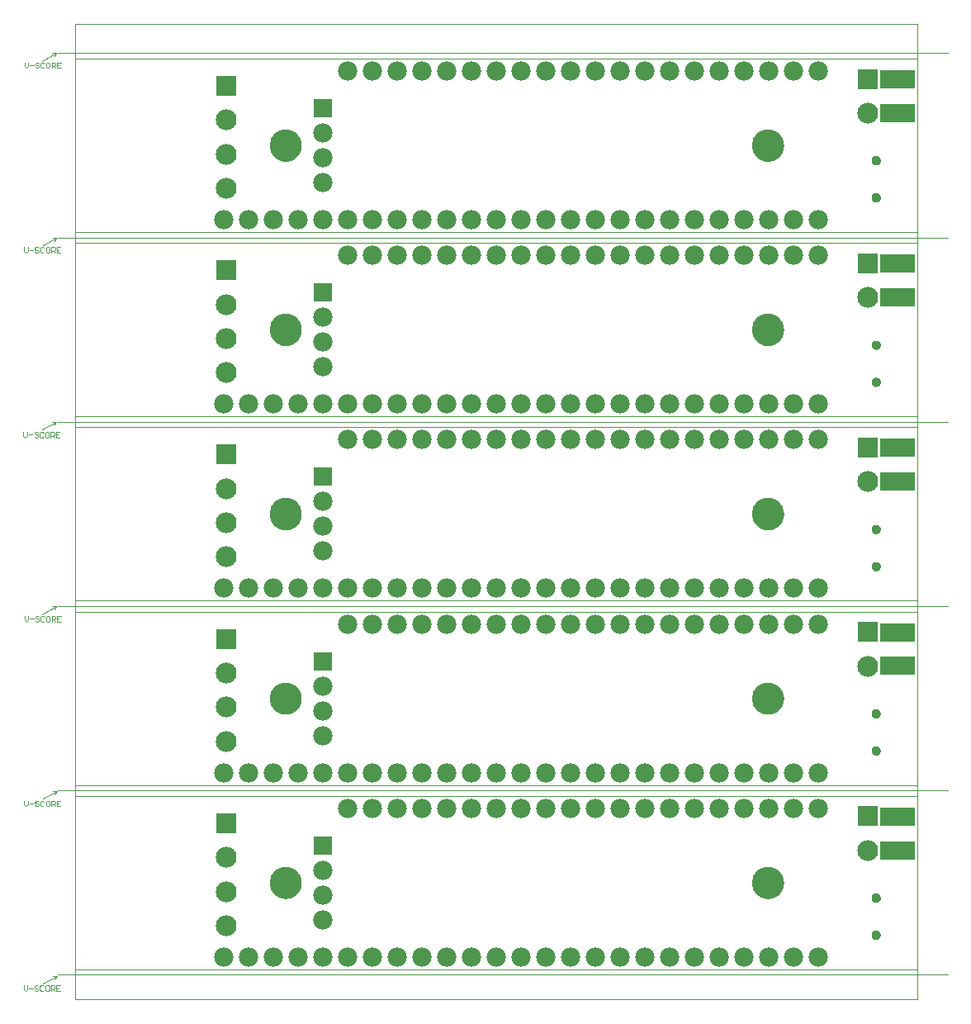
<source format=gbs>
G75*
%MOIN*%
%OFA0B0*%
%FSLAX25Y25*%
%IPPOS*%
%LPD*%
%AMOC8*
5,1,8,0,0,1.08239X$1,22.5*
%
%ADD10C,0.00000*%
%ADD11C,0.12900*%
%ADD12R,0.14400X0.07400*%
%ADD13C,0.00200*%
%ADD14C,0.07800*%
%ADD15R,0.08400X0.08400*%
%ADD16C,0.08400*%
%ADD17R,0.07800X0.07800*%
%ADD18C,0.03746*%
D10*
X0011100Y0007400D02*
X0016600Y0010500D01*
X0015800Y0009200D01*
X0015100Y0010500D02*
X0016600Y0010500D01*
X0016900Y0011000D02*
X0376300Y0011000D01*
X0363900Y0013200D02*
X0023900Y0013200D01*
X0023900Y0083200D01*
X0363900Y0083200D01*
X0363900Y0013200D01*
X0363900Y0001000D02*
X0363900Y0394701D01*
X0023900Y0394701D01*
X0023900Y0001000D01*
X0363900Y0001000D01*
X0345566Y0027120D02*
X0345568Y0027201D01*
X0345574Y0027283D01*
X0345584Y0027364D01*
X0345598Y0027444D01*
X0345615Y0027523D01*
X0345637Y0027602D01*
X0345662Y0027679D01*
X0345691Y0027756D01*
X0345724Y0027830D01*
X0345761Y0027903D01*
X0345800Y0027974D01*
X0345844Y0028043D01*
X0345890Y0028110D01*
X0345940Y0028174D01*
X0345993Y0028236D01*
X0346049Y0028296D01*
X0346107Y0028352D01*
X0346169Y0028406D01*
X0346233Y0028457D01*
X0346299Y0028504D01*
X0346367Y0028548D01*
X0346438Y0028589D01*
X0346510Y0028626D01*
X0346585Y0028660D01*
X0346660Y0028690D01*
X0346738Y0028716D01*
X0346816Y0028739D01*
X0346895Y0028757D01*
X0346975Y0028772D01*
X0347056Y0028783D01*
X0347137Y0028790D01*
X0347219Y0028793D01*
X0347300Y0028792D01*
X0347381Y0028787D01*
X0347462Y0028778D01*
X0347543Y0028765D01*
X0347623Y0028748D01*
X0347701Y0028728D01*
X0347779Y0028703D01*
X0347856Y0028675D01*
X0347931Y0028643D01*
X0348004Y0028608D01*
X0348075Y0028569D01*
X0348145Y0028526D01*
X0348212Y0028481D01*
X0348278Y0028432D01*
X0348340Y0028380D01*
X0348400Y0028324D01*
X0348457Y0028266D01*
X0348512Y0028206D01*
X0348563Y0028142D01*
X0348611Y0028077D01*
X0348656Y0028009D01*
X0348698Y0027939D01*
X0348736Y0027867D01*
X0348771Y0027793D01*
X0348802Y0027718D01*
X0348829Y0027641D01*
X0348852Y0027563D01*
X0348872Y0027484D01*
X0348888Y0027404D01*
X0348900Y0027323D01*
X0348908Y0027242D01*
X0348912Y0027161D01*
X0348912Y0027079D01*
X0348908Y0026998D01*
X0348900Y0026917D01*
X0348888Y0026836D01*
X0348872Y0026756D01*
X0348852Y0026677D01*
X0348829Y0026599D01*
X0348802Y0026522D01*
X0348771Y0026447D01*
X0348736Y0026373D01*
X0348698Y0026301D01*
X0348656Y0026231D01*
X0348611Y0026163D01*
X0348563Y0026098D01*
X0348512Y0026034D01*
X0348457Y0025974D01*
X0348400Y0025916D01*
X0348340Y0025860D01*
X0348278Y0025808D01*
X0348212Y0025759D01*
X0348145Y0025714D01*
X0348076Y0025671D01*
X0348004Y0025632D01*
X0347931Y0025597D01*
X0347856Y0025565D01*
X0347779Y0025537D01*
X0347701Y0025512D01*
X0347623Y0025492D01*
X0347543Y0025475D01*
X0347462Y0025462D01*
X0347381Y0025453D01*
X0347300Y0025448D01*
X0347219Y0025447D01*
X0347137Y0025450D01*
X0347056Y0025457D01*
X0346975Y0025468D01*
X0346895Y0025483D01*
X0346816Y0025501D01*
X0346738Y0025524D01*
X0346660Y0025550D01*
X0346585Y0025580D01*
X0346510Y0025614D01*
X0346438Y0025651D01*
X0346367Y0025692D01*
X0346299Y0025736D01*
X0346233Y0025783D01*
X0346169Y0025834D01*
X0346107Y0025888D01*
X0346049Y0025944D01*
X0345993Y0026004D01*
X0345940Y0026066D01*
X0345890Y0026130D01*
X0345844Y0026197D01*
X0345800Y0026266D01*
X0345761Y0026337D01*
X0345724Y0026410D01*
X0345691Y0026484D01*
X0345662Y0026561D01*
X0345637Y0026638D01*
X0345615Y0026717D01*
X0345598Y0026796D01*
X0345584Y0026876D01*
X0345574Y0026957D01*
X0345568Y0027039D01*
X0345566Y0027120D01*
X0345566Y0042080D02*
X0345568Y0042161D01*
X0345574Y0042243D01*
X0345584Y0042324D01*
X0345598Y0042404D01*
X0345615Y0042483D01*
X0345637Y0042562D01*
X0345662Y0042639D01*
X0345691Y0042716D01*
X0345724Y0042790D01*
X0345761Y0042863D01*
X0345800Y0042934D01*
X0345844Y0043003D01*
X0345890Y0043070D01*
X0345940Y0043134D01*
X0345993Y0043196D01*
X0346049Y0043256D01*
X0346107Y0043312D01*
X0346169Y0043366D01*
X0346233Y0043417D01*
X0346299Y0043464D01*
X0346367Y0043508D01*
X0346438Y0043549D01*
X0346510Y0043586D01*
X0346585Y0043620D01*
X0346660Y0043650D01*
X0346738Y0043676D01*
X0346816Y0043699D01*
X0346895Y0043717D01*
X0346975Y0043732D01*
X0347056Y0043743D01*
X0347137Y0043750D01*
X0347219Y0043753D01*
X0347300Y0043752D01*
X0347381Y0043747D01*
X0347462Y0043738D01*
X0347543Y0043725D01*
X0347623Y0043708D01*
X0347701Y0043688D01*
X0347779Y0043663D01*
X0347856Y0043635D01*
X0347931Y0043603D01*
X0348004Y0043568D01*
X0348075Y0043529D01*
X0348145Y0043486D01*
X0348212Y0043441D01*
X0348278Y0043392D01*
X0348340Y0043340D01*
X0348400Y0043284D01*
X0348457Y0043226D01*
X0348512Y0043166D01*
X0348563Y0043102D01*
X0348611Y0043037D01*
X0348656Y0042969D01*
X0348698Y0042899D01*
X0348736Y0042827D01*
X0348771Y0042753D01*
X0348802Y0042678D01*
X0348829Y0042601D01*
X0348852Y0042523D01*
X0348872Y0042444D01*
X0348888Y0042364D01*
X0348900Y0042283D01*
X0348908Y0042202D01*
X0348912Y0042121D01*
X0348912Y0042039D01*
X0348908Y0041958D01*
X0348900Y0041877D01*
X0348888Y0041796D01*
X0348872Y0041716D01*
X0348852Y0041637D01*
X0348829Y0041559D01*
X0348802Y0041482D01*
X0348771Y0041407D01*
X0348736Y0041333D01*
X0348698Y0041261D01*
X0348656Y0041191D01*
X0348611Y0041123D01*
X0348563Y0041058D01*
X0348512Y0040994D01*
X0348457Y0040934D01*
X0348400Y0040876D01*
X0348340Y0040820D01*
X0348278Y0040768D01*
X0348212Y0040719D01*
X0348145Y0040674D01*
X0348076Y0040631D01*
X0348004Y0040592D01*
X0347931Y0040557D01*
X0347856Y0040525D01*
X0347779Y0040497D01*
X0347701Y0040472D01*
X0347623Y0040452D01*
X0347543Y0040435D01*
X0347462Y0040422D01*
X0347381Y0040413D01*
X0347300Y0040408D01*
X0347219Y0040407D01*
X0347137Y0040410D01*
X0347056Y0040417D01*
X0346975Y0040428D01*
X0346895Y0040443D01*
X0346816Y0040461D01*
X0346738Y0040484D01*
X0346660Y0040510D01*
X0346585Y0040540D01*
X0346510Y0040574D01*
X0346438Y0040611D01*
X0346367Y0040652D01*
X0346299Y0040696D01*
X0346233Y0040743D01*
X0346169Y0040794D01*
X0346107Y0040848D01*
X0346049Y0040904D01*
X0345993Y0040964D01*
X0345940Y0041026D01*
X0345890Y0041090D01*
X0345844Y0041157D01*
X0345800Y0041226D01*
X0345761Y0041297D01*
X0345724Y0041370D01*
X0345691Y0041444D01*
X0345662Y0041521D01*
X0345637Y0041598D01*
X0345615Y0041677D01*
X0345598Y0041756D01*
X0345584Y0041836D01*
X0345574Y0041917D01*
X0345568Y0041999D01*
X0345566Y0042080D01*
X0376300Y0085400D02*
X0016900Y0085400D01*
X0016600Y0085200D02*
X0015800Y0083900D01*
X0015100Y0085200D02*
X0016600Y0085200D01*
X0011100Y0082100D01*
X0023900Y0087600D02*
X0023900Y0157600D01*
X0363900Y0157600D01*
X0363900Y0087600D01*
X0023900Y0087600D01*
X0010800Y0156600D02*
X0016300Y0159700D01*
X0015500Y0158400D01*
X0014800Y0159700D02*
X0016300Y0159700D01*
X0016900Y0159800D02*
X0376300Y0159800D01*
X0363900Y0162000D02*
X0023900Y0162000D01*
X0023900Y0232000D01*
X0363900Y0232000D01*
X0363900Y0162000D01*
X0345566Y0175920D02*
X0345568Y0176001D01*
X0345574Y0176083D01*
X0345584Y0176164D01*
X0345598Y0176244D01*
X0345615Y0176323D01*
X0345637Y0176402D01*
X0345662Y0176479D01*
X0345691Y0176556D01*
X0345724Y0176630D01*
X0345761Y0176703D01*
X0345800Y0176774D01*
X0345844Y0176843D01*
X0345890Y0176910D01*
X0345940Y0176974D01*
X0345993Y0177036D01*
X0346049Y0177096D01*
X0346107Y0177152D01*
X0346169Y0177206D01*
X0346233Y0177257D01*
X0346299Y0177304D01*
X0346367Y0177348D01*
X0346438Y0177389D01*
X0346510Y0177426D01*
X0346585Y0177460D01*
X0346660Y0177490D01*
X0346738Y0177516D01*
X0346816Y0177539D01*
X0346895Y0177557D01*
X0346975Y0177572D01*
X0347056Y0177583D01*
X0347137Y0177590D01*
X0347219Y0177593D01*
X0347300Y0177592D01*
X0347381Y0177587D01*
X0347462Y0177578D01*
X0347543Y0177565D01*
X0347623Y0177548D01*
X0347701Y0177528D01*
X0347779Y0177503D01*
X0347856Y0177475D01*
X0347931Y0177443D01*
X0348004Y0177408D01*
X0348075Y0177369D01*
X0348145Y0177326D01*
X0348212Y0177281D01*
X0348278Y0177232D01*
X0348340Y0177180D01*
X0348400Y0177124D01*
X0348457Y0177066D01*
X0348512Y0177006D01*
X0348563Y0176942D01*
X0348611Y0176877D01*
X0348656Y0176809D01*
X0348698Y0176739D01*
X0348736Y0176667D01*
X0348771Y0176593D01*
X0348802Y0176518D01*
X0348829Y0176441D01*
X0348852Y0176363D01*
X0348872Y0176284D01*
X0348888Y0176204D01*
X0348900Y0176123D01*
X0348908Y0176042D01*
X0348912Y0175961D01*
X0348912Y0175879D01*
X0348908Y0175798D01*
X0348900Y0175717D01*
X0348888Y0175636D01*
X0348872Y0175556D01*
X0348852Y0175477D01*
X0348829Y0175399D01*
X0348802Y0175322D01*
X0348771Y0175247D01*
X0348736Y0175173D01*
X0348698Y0175101D01*
X0348656Y0175031D01*
X0348611Y0174963D01*
X0348563Y0174898D01*
X0348512Y0174834D01*
X0348457Y0174774D01*
X0348400Y0174716D01*
X0348340Y0174660D01*
X0348278Y0174608D01*
X0348212Y0174559D01*
X0348145Y0174514D01*
X0348076Y0174471D01*
X0348004Y0174432D01*
X0347931Y0174397D01*
X0347856Y0174365D01*
X0347779Y0174337D01*
X0347701Y0174312D01*
X0347623Y0174292D01*
X0347543Y0174275D01*
X0347462Y0174262D01*
X0347381Y0174253D01*
X0347300Y0174248D01*
X0347219Y0174247D01*
X0347137Y0174250D01*
X0347056Y0174257D01*
X0346975Y0174268D01*
X0346895Y0174283D01*
X0346816Y0174301D01*
X0346738Y0174324D01*
X0346660Y0174350D01*
X0346585Y0174380D01*
X0346510Y0174414D01*
X0346438Y0174451D01*
X0346367Y0174492D01*
X0346299Y0174536D01*
X0346233Y0174583D01*
X0346169Y0174634D01*
X0346107Y0174688D01*
X0346049Y0174744D01*
X0345993Y0174804D01*
X0345940Y0174866D01*
X0345890Y0174930D01*
X0345844Y0174997D01*
X0345800Y0175066D01*
X0345761Y0175137D01*
X0345724Y0175210D01*
X0345691Y0175284D01*
X0345662Y0175361D01*
X0345637Y0175438D01*
X0345615Y0175517D01*
X0345598Y0175596D01*
X0345584Y0175676D01*
X0345574Y0175757D01*
X0345568Y0175839D01*
X0345566Y0175920D01*
X0345566Y0190880D02*
X0345568Y0190961D01*
X0345574Y0191043D01*
X0345584Y0191124D01*
X0345598Y0191204D01*
X0345615Y0191283D01*
X0345637Y0191362D01*
X0345662Y0191439D01*
X0345691Y0191516D01*
X0345724Y0191590D01*
X0345761Y0191663D01*
X0345800Y0191734D01*
X0345844Y0191803D01*
X0345890Y0191870D01*
X0345940Y0191934D01*
X0345993Y0191996D01*
X0346049Y0192056D01*
X0346107Y0192112D01*
X0346169Y0192166D01*
X0346233Y0192217D01*
X0346299Y0192264D01*
X0346367Y0192308D01*
X0346438Y0192349D01*
X0346510Y0192386D01*
X0346585Y0192420D01*
X0346660Y0192450D01*
X0346738Y0192476D01*
X0346816Y0192499D01*
X0346895Y0192517D01*
X0346975Y0192532D01*
X0347056Y0192543D01*
X0347137Y0192550D01*
X0347219Y0192553D01*
X0347300Y0192552D01*
X0347381Y0192547D01*
X0347462Y0192538D01*
X0347543Y0192525D01*
X0347623Y0192508D01*
X0347701Y0192488D01*
X0347779Y0192463D01*
X0347856Y0192435D01*
X0347931Y0192403D01*
X0348004Y0192368D01*
X0348075Y0192329D01*
X0348145Y0192286D01*
X0348212Y0192241D01*
X0348278Y0192192D01*
X0348340Y0192140D01*
X0348400Y0192084D01*
X0348457Y0192026D01*
X0348512Y0191966D01*
X0348563Y0191902D01*
X0348611Y0191837D01*
X0348656Y0191769D01*
X0348698Y0191699D01*
X0348736Y0191627D01*
X0348771Y0191553D01*
X0348802Y0191478D01*
X0348829Y0191401D01*
X0348852Y0191323D01*
X0348872Y0191244D01*
X0348888Y0191164D01*
X0348900Y0191083D01*
X0348908Y0191002D01*
X0348912Y0190921D01*
X0348912Y0190839D01*
X0348908Y0190758D01*
X0348900Y0190677D01*
X0348888Y0190596D01*
X0348872Y0190516D01*
X0348852Y0190437D01*
X0348829Y0190359D01*
X0348802Y0190282D01*
X0348771Y0190207D01*
X0348736Y0190133D01*
X0348698Y0190061D01*
X0348656Y0189991D01*
X0348611Y0189923D01*
X0348563Y0189858D01*
X0348512Y0189794D01*
X0348457Y0189734D01*
X0348400Y0189676D01*
X0348340Y0189620D01*
X0348278Y0189568D01*
X0348212Y0189519D01*
X0348145Y0189474D01*
X0348076Y0189431D01*
X0348004Y0189392D01*
X0347931Y0189357D01*
X0347856Y0189325D01*
X0347779Y0189297D01*
X0347701Y0189272D01*
X0347623Y0189252D01*
X0347543Y0189235D01*
X0347462Y0189222D01*
X0347381Y0189213D01*
X0347300Y0189208D01*
X0347219Y0189207D01*
X0347137Y0189210D01*
X0347056Y0189217D01*
X0346975Y0189228D01*
X0346895Y0189243D01*
X0346816Y0189261D01*
X0346738Y0189284D01*
X0346660Y0189310D01*
X0346585Y0189340D01*
X0346510Y0189374D01*
X0346438Y0189411D01*
X0346367Y0189452D01*
X0346299Y0189496D01*
X0346233Y0189543D01*
X0346169Y0189594D01*
X0346107Y0189648D01*
X0346049Y0189704D01*
X0345993Y0189764D01*
X0345940Y0189826D01*
X0345890Y0189890D01*
X0345844Y0189957D01*
X0345800Y0190026D01*
X0345761Y0190097D01*
X0345724Y0190170D01*
X0345691Y0190244D01*
X0345662Y0190321D01*
X0345637Y0190398D01*
X0345615Y0190477D01*
X0345598Y0190556D01*
X0345584Y0190636D01*
X0345574Y0190717D01*
X0345568Y0190799D01*
X0345566Y0190880D01*
X0297350Y0197000D02*
X0297352Y0197158D01*
X0297358Y0197315D01*
X0297368Y0197473D01*
X0297382Y0197630D01*
X0297400Y0197786D01*
X0297421Y0197943D01*
X0297447Y0198098D01*
X0297477Y0198253D01*
X0297510Y0198407D01*
X0297548Y0198560D01*
X0297589Y0198713D01*
X0297634Y0198864D01*
X0297683Y0199014D01*
X0297736Y0199162D01*
X0297792Y0199310D01*
X0297853Y0199455D01*
X0297916Y0199600D01*
X0297984Y0199742D01*
X0298055Y0199883D01*
X0298129Y0200022D01*
X0298207Y0200159D01*
X0298289Y0200294D01*
X0298373Y0200427D01*
X0298462Y0200558D01*
X0298553Y0200686D01*
X0298648Y0200813D01*
X0298745Y0200936D01*
X0298846Y0201058D01*
X0298950Y0201176D01*
X0299057Y0201292D01*
X0299167Y0201405D01*
X0299279Y0201516D01*
X0299395Y0201623D01*
X0299513Y0201728D01*
X0299633Y0201830D01*
X0299756Y0201928D01*
X0299882Y0202024D01*
X0300010Y0202116D01*
X0300140Y0202205D01*
X0300272Y0202291D01*
X0300407Y0202373D01*
X0300544Y0202452D01*
X0300682Y0202527D01*
X0300822Y0202599D01*
X0300965Y0202667D01*
X0301108Y0202732D01*
X0301254Y0202793D01*
X0301401Y0202850D01*
X0301549Y0202904D01*
X0301699Y0202954D01*
X0301849Y0203000D01*
X0302001Y0203042D01*
X0302154Y0203081D01*
X0302308Y0203115D01*
X0302463Y0203146D01*
X0302618Y0203172D01*
X0302774Y0203195D01*
X0302931Y0203214D01*
X0303088Y0203229D01*
X0303245Y0203240D01*
X0303403Y0203247D01*
X0303561Y0203250D01*
X0303718Y0203249D01*
X0303876Y0203244D01*
X0304033Y0203235D01*
X0304191Y0203222D01*
X0304347Y0203205D01*
X0304504Y0203184D01*
X0304659Y0203160D01*
X0304814Y0203131D01*
X0304969Y0203098D01*
X0305122Y0203062D01*
X0305275Y0203021D01*
X0305426Y0202977D01*
X0305576Y0202929D01*
X0305725Y0202878D01*
X0305873Y0202822D01*
X0306019Y0202763D01*
X0306164Y0202700D01*
X0306307Y0202633D01*
X0306448Y0202563D01*
X0306587Y0202490D01*
X0306725Y0202413D01*
X0306861Y0202332D01*
X0306994Y0202248D01*
X0307125Y0202161D01*
X0307254Y0202070D01*
X0307381Y0201976D01*
X0307506Y0201879D01*
X0307627Y0201779D01*
X0307747Y0201676D01*
X0307863Y0201570D01*
X0307977Y0201461D01*
X0308089Y0201349D01*
X0308197Y0201235D01*
X0308302Y0201117D01*
X0308405Y0200997D01*
X0308504Y0200875D01*
X0308600Y0200750D01*
X0308693Y0200622D01*
X0308783Y0200493D01*
X0308869Y0200361D01*
X0308953Y0200227D01*
X0309032Y0200091D01*
X0309109Y0199953D01*
X0309181Y0199813D01*
X0309250Y0199671D01*
X0309316Y0199528D01*
X0309378Y0199383D01*
X0309436Y0199236D01*
X0309491Y0199088D01*
X0309542Y0198939D01*
X0309589Y0198788D01*
X0309632Y0198637D01*
X0309671Y0198484D01*
X0309707Y0198330D01*
X0309738Y0198176D01*
X0309766Y0198021D01*
X0309790Y0197865D01*
X0309810Y0197708D01*
X0309826Y0197551D01*
X0309838Y0197394D01*
X0309846Y0197237D01*
X0309850Y0197079D01*
X0309850Y0196921D01*
X0309846Y0196763D01*
X0309838Y0196606D01*
X0309826Y0196449D01*
X0309810Y0196292D01*
X0309790Y0196135D01*
X0309766Y0195979D01*
X0309738Y0195824D01*
X0309707Y0195670D01*
X0309671Y0195516D01*
X0309632Y0195363D01*
X0309589Y0195212D01*
X0309542Y0195061D01*
X0309491Y0194912D01*
X0309436Y0194764D01*
X0309378Y0194617D01*
X0309316Y0194472D01*
X0309250Y0194329D01*
X0309181Y0194187D01*
X0309109Y0194047D01*
X0309032Y0193909D01*
X0308953Y0193773D01*
X0308869Y0193639D01*
X0308783Y0193507D01*
X0308693Y0193378D01*
X0308600Y0193250D01*
X0308504Y0193125D01*
X0308405Y0193003D01*
X0308302Y0192883D01*
X0308197Y0192765D01*
X0308089Y0192651D01*
X0307977Y0192539D01*
X0307863Y0192430D01*
X0307747Y0192324D01*
X0307627Y0192221D01*
X0307506Y0192121D01*
X0307381Y0192024D01*
X0307254Y0191930D01*
X0307125Y0191839D01*
X0306994Y0191752D01*
X0306861Y0191668D01*
X0306725Y0191587D01*
X0306587Y0191510D01*
X0306448Y0191437D01*
X0306307Y0191367D01*
X0306164Y0191300D01*
X0306019Y0191237D01*
X0305873Y0191178D01*
X0305725Y0191122D01*
X0305576Y0191071D01*
X0305426Y0191023D01*
X0305275Y0190979D01*
X0305122Y0190938D01*
X0304969Y0190902D01*
X0304814Y0190869D01*
X0304659Y0190840D01*
X0304504Y0190816D01*
X0304347Y0190795D01*
X0304191Y0190778D01*
X0304033Y0190765D01*
X0303876Y0190756D01*
X0303718Y0190751D01*
X0303561Y0190750D01*
X0303403Y0190753D01*
X0303245Y0190760D01*
X0303088Y0190771D01*
X0302931Y0190786D01*
X0302774Y0190805D01*
X0302618Y0190828D01*
X0302463Y0190854D01*
X0302308Y0190885D01*
X0302154Y0190919D01*
X0302001Y0190958D01*
X0301849Y0191000D01*
X0301699Y0191046D01*
X0301549Y0191096D01*
X0301401Y0191150D01*
X0301254Y0191207D01*
X0301108Y0191268D01*
X0300965Y0191333D01*
X0300822Y0191401D01*
X0300682Y0191473D01*
X0300544Y0191548D01*
X0300407Y0191627D01*
X0300272Y0191709D01*
X0300140Y0191795D01*
X0300010Y0191884D01*
X0299882Y0191976D01*
X0299756Y0192072D01*
X0299633Y0192170D01*
X0299513Y0192272D01*
X0299395Y0192377D01*
X0299279Y0192484D01*
X0299167Y0192595D01*
X0299057Y0192708D01*
X0298950Y0192824D01*
X0298846Y0192942D01*
X0298745Y0193064D01*
X0298648Y0193187D01*
X0298553Y0193314D01*
X0298462Y0193442D01*
X0298373Y0193573D01*
X0298289Y0193706D01*
X0298207Y0193841D01*
X0298129Y0193978D01*
X0298055Y0194117D01*
X0297984Y0194258D01*
X0297916Y0194400D01*
X0297853Y0194545D01*
X0297792Y0194690D01*
X0297736Y0194838D01*
X0297683Y0194986D01*
X0297634Y0195136D01*
X0297589Y0195287D01*
X0297548Y0195440D01*
X0297510Y0195593D01*
X0297477Y0195747D01*
X0297447Y0195902D01*
X0297421Y0196057D01*
X0297400Y0196214D01*
X0297382Y0196370D01*
X0297368Y0196527D01*
X0297358Y0196685D01*
X0297352Y0196842D01*
X0297350Y0197000D01*
X0345566Y0250320D02*
X0345568Y0250401D01*
X0345574Y0250483D01*
X0345584Y0250564D01*
X0345598Y0250644D01*
X0345615Y0250723D01*
X0345637Y0250802D01*
X0345662Y0250879D01*
X0345691Y0250956D01*
X0345724Y0251030D01*
X0345761Y0251103D01*
X0345800Y0251174D01*
X0345844Y0251243D01*
X0345890Y0251310D01*
X0345940Y0251374D01*
X0345993Y0251436D01*
X0346049Y0251496D01*
X0346107Y0251552D01*
X0346169Y0251606D01*
X0346233Y0251657D01*
X0346299Y0251704D01*
X0346367Y0251748D01*
X0346438Y0251789D01*
X0346510Y0251826D01*
X0346585Y0251860D01*
X0346660Y0251890D01*
X0346738Y0251916D01*
X0346816Y0251939D01*
X0346895Y0251957D01*
X0346975Y0251972D01*
X0347056Y0251983D01*
X0347137Y0251990D01*
X0347219Y0251993D01*
X0347300Y0251992D01*
X0347381Y0251987D01*
X0347462Y0251978D01*
X0347543Y0251965D01*
X0347623Y0251948D01*
X0347701Y0251928D01*
X0347779Y0251903D01*
X0347856Y0251875D01*
X0347931Y0251843D01*
X0348004Y0251808D01*
X0348075Y0251769D01*
X0348145Y0251726D01*
X0348212Y0251681D01*
X0348278Y0251632D01*
X0348340Y0251580D01*
X0348400Y0251524D01*
X0348457Y0251466D01*
X0348512Y0251406D01*
X0348563Y0251342D01*
X0348611Y0251277D01*
X0348656Y0251209D01*
X0348698Y0251139D01*
X0348736Y0251067D01*
X0348771Y0250993D01*
X0348802Y0250918D01*
X0348829Y0250841D01*
X0348852Y0250763D01*
X0348872Y0250684D01*
X0348888Y0250604D01*
X0348900Y0250523D01*
X0348908Y0250442D01*
X0348912Y0250361D01*
X0348912Y0250279D01*
X0348908Y0250198D01*
X0348900Y0250117D01*
X0348888Y0250036D01*
X0348872Y0249956D01*
X0348852Y0249877D01*
X0348829Y0249799D01*
X0348802Y0249722D01*
X0348771Y0249647D01*
X0348736Y0249573D01*
X0348698Y0249501D01*
X0348656Y0249431D01*
X0348611Y0249363D01*
X0348563Y0249298D01*
X0348512Y0249234D01*
X0348457Y0249174D01*
X0348400Y0249116D01*
X0348340Y0249060D01*
X0348278Y0249008D01*
X0348212Y0248959D01*
X0348145Y0248914D01*
X0348076Y0248871D01*
X0348004Y0248832D01*
X0347931Y0248797D01*
X0347856Y0248765D01*
X0347779Y0248737D01*
X0347701Y0248712D01*
X0347623Y0248692D01*
X0347543Y0248675D01*
X0347462Y0248662D01*
X0347381Y0248653D01*
X0347300Y0248648D01*
X0347219Y0248647D01*
X0347137Y0248650D01*
X0347056Y0248657D01*
X0346975Y0248668D01*
X0346895Y0248683D01*
X0346816Y0248701D01*
X0346738Y0248724D01*
X0346660Y0248750D01*
X0346585Y0248780D01*
X0346510Y0248814D01*
X0346438Y0248851D01*
X0346367Y0248892D01*
X0346299Y0248936D01*
X0346233Y0248983D01*
X0346169Y0249034D01*
X0346107Y0249088D01*
X0346049Y0249144D01*
X0345993Y0249204D01*
X0345940Y0249266D01*
X0345890Y0249330D01*
X0345844Y0249397D01*
X0345800Y0249466D01*
X0345761Y0249537D01*
X0345724Y0249610D01*
X0345691Y0249684D01*
X0345662Y0249761D01*
X0345637Y0249838D01*
X0345615Y0249917D01*
X0345598Y0249996D01*
X0345584Y0250076D01*
X0345574Y0250157D01*
X0345568Y0250239D01*
X0345566Y0250320D01*
X0345566Y0265280D02*
X0345568Y0265361D01*
X0345574Y0265443D01*
X0345584Y0265524D01*
X0345598Y0265604D01*
X0345615Y0265683D01*
X0345637Y0265762D01*
X0345662Y0265839D01*
X0345691Y0265916D01*
X0345724Y0265990D01*
X0345761Y0266063D01*
X0345800Y0266134D01*
X0345844Y0266203D01*
X0345890Y0266270D01*
X0345940Y0266334D01*
X0345993Y0266396D01*
X0346049Y0266456D01*
X0346107Y0266512D01*
X0346169Y0266566D01*
X0346233Y0266617D01*
X0346299Y0266664D01*
X0346367Y0266708D01*
X0346438Y0266749D01*
X0346510Y0266786D01*
X0346585Y0266820D01*
X0346660Y0266850D01*
X0346738Y0266876D01*
X0346816Y0266899D01*
X0346895Y0266917D01*
X0346975Y0266932D01*
X0347056Y0266943D01*
X0347137Y0266950D01*
X0347219Y0266953D01*
X0347300Y0266952D01*
X0347381Y0266947D01*
X0347462Y0266938D01*
X0347543Y0266925D01*
X0347623Y0266908D01*
X0347701Y0266888D01*
X0347779Y0266863D01*
X0347856Y0266835D01*
X0347931Y0266803D01*
X0348004Y0266768D01*
X0348075Y0266729D01*
X0348145Y0266686D01*
X0348212Y0266641D01*
X0348278Y0266592D01*
X0348340Y0266540D01*
X0348400Y0266484D01*
X0348457Y0266426D01*
X0348512Y0266366D01*
X0348563Y0266302D01*
X0348611Y0266237D01*
X0348656Y0266169D01*
X0348698Y0266099D01*
X0348736Y0266027D01*
X0348771Y0265953D01*
X0348802Y0265878D01*
X0348829Y0265801D01*
X0348852Y0265723D01*
X0348872Y0265644D01*
X0348888Y0265564D01*
X0348900Y0265483D01*
X0348908Y0265402D01*
X0348912Y0265321D01*
X0348912Y0265239D01*
X0348908Y0265158D01*
X0348900Y0265077D01*
X0348888Y0264996D01*
X0348872Y0264916D01*
X0348852Y0264837D01*
X0348829Y0264759D01*
X0348802Y0264682D01*
X0348771Y0264607D01*
X0348736Y0264533D01*
X0348698Y0264461D01*
X0348656Y0264391D01*
X0348611Y0264323D01*
X0348563Y0264258D01*
X0348512Y0264194D01*
X0348457Y0264134D01*
X0348400Y0264076D01*
X0348340Y0264020D01*
X0348278Y0263968D01*
X0348212Y0263919D01*
X0348145Y0263874D01*
X0348076Y0263831D01*
X0348004Y0263792D01*
X0347931Y0263757D01*
X0347856Y0263725D01*
X0347779Y0263697D01*
X0347701Y0263672D01*
X0347623Y0263652D01*
X0347543Y0263635D01*
X0347462Y0263622D01*
X0347381Y0263613D01*
X0347300Y0263608D01*
X0347219Y0263607D01*
X0347137Y0263610D01*
X0347056Y0263617D01*
X0346975Y0263628D01*
X0346895Y0263643D01*
X0346816Y0263661D01*
X0346738Y0263684D01*
X0346660Y0263710D01*
X0346585Y0263740D01*
X0346510Y0263774D01*
X0346438Y0263811D01*
X0346367Y0263852D01*
X0346299Y0263896D01*
X0346233Y0263943D01*
X0346169Y0263994D01*
X0346107Y0264048D01*
X0346049Y0264104D01*
X0345993Y0264164D01*
X0345940Y0264226D01*
X0345890Y0264290D01*
X0345844Y0264357D01*
X0345800Y0264426D01*
X0345761Y0264497D01*
X0345724Y0264570D01*
X0345691Y0264644D01*
X0345662Y0264721D01*
X0345637Y0264798D01*
X0345615Y0264877D01*
X0345598Y0264956D01*
X0345584Y0265036D01*
X0345574Y0265117D01*
X0345568Y0265199D01*
X0345566Y0265280D01*
X0363900Y0236400D02*
X0023900Y0236400D01*
X0023900Y0306400D01*
X0363900Y0306400D01*
X0363900Y0236400D01*
X0376300Y0234200D02*
X0016900Y0234200D01*
X0016200Y0234100D02*
X0015400Y0232800D01*
X0014700Y0234100D02*
X0016200Y0234100D01*
X0010700Y0231000D01*
X0010900Y0305400D02*
X0016400Y0308500D01*
X0015600Y0307200D01*
X0014900Y0308500D02*
X0016400Y0308500D01*
X0016900Y0308600D02*
X0376300Y0308600D01*
X0363900Y0310800D02*
X0023900Y0310800D01*
X0023900Y0380800D01*
X0363900Y0380800D01*
X0363900Y0310800D01*
X0345566Y0324720D02*
X0345568Y0324801D01*
X0345574Y0324883D01*
X0345584Y0324964D01*
X0345598Y0325044D01*
X0345615Y0325123D01*
X0345637Y0325202D01*
X0345662Y0325279D01*
X0345691Y0325356D01*
X0345724Y0325430D01*
X0345761Y0325503D01*
X0345800Y0325574D01*
X0345844Y0325643D01*
X0345890Y0325710D01*
X0345940Y0325774D01*
X0345993Y0325836D01*
X0346049Y0325896D01*
X0346107Y0325952D01*
X0346169Y0326006D01*
X0346233Y0326057D01*
X0346299Y0326104D01*
X0346367Y0326148D01*
X0346438Y0326189D01*
X0346510Y0326226D01*
X0346585Y0326260D01*
X0346660Y0326290D01*
X0346738Y0326316D01*
X0346816Y0326339D01*
X0346895Y0326357D01*
X0346975Y0326372D01*
X0347056Y0326383D01*
X0347137Y0326390D01*
X0347219Y0326393D01*
X0347300Y0326392D01*
X0347381Y0326387D01*
X0347462Y0326378D01*
X0347543Y0326365D01*
X0347623Y0326348D01*
X0347701Y0326328D01*
X0347779Y0326303D01*
X0347856Y0326275D01*
X0347931Y0326243D01*
X0348004Y0326208D01*
X0348075Y0326169D01*
X0348145Y0326126D01*
X0348212Y0326081D01*
X0348278Y0326032D01*
X0348340Y0325980D01*
X0348400Y0325924D01*
X0348457Y0325866D01*
X0348512Y0325806D01*
X0348563Y0325742D01*
X0348611Y0325677D01*
X0348656Y0325609D01*
X0348698Y0325539D01*
X0348736Y0325467D01*
X0348771Y0325393D01*
X0348802Y0325318D01*
X0348829Y0325241D01*
X0348852Y0325163D01*
X0348872Y0325084D01*
X0348888Y0325004D01*
X0348900Y0324923D01*
X0348908Y0324842D01*
X0348912Y0324761D01*
X0348912Y0324679D01*
X0348908Y0324598D01*
X0348900Y0324517D01*
X0348888Y0324436D01*
X0348872Y0324356D01*
X0348852Y0324277D01*
X0348829Y0324199D01*
X0348802Y0324122D01*
X0348771Y0324047D01*
X0348736Y0323973D01*
X0348698Y0323901D01*
X0348656Y0323831D01*
X0348611Y0323763D01*
X0348563Y0323698D01*
X0348512Y0323634D01*
X0348457Y0323574D01*
X0348400Y0323516D01*
X0348340Y0323460D01*
X0348278Y0323408D01*
X0348212Y0323359D01*
X0348145Y0323314D01*
X0348076Y0323271D01*
X0348004Y0323232D01*
X0347931Y0323197D01*
X0347856Y0323165D01*
X0347779Y0323137D01*
X0347701Y0323112D01*
X0347623Y0323092D01*
X0347543Y0323075D01*
X0347462Y0323062D01*
X0347381Y0323053D01*
X0347300Y0323048D01*
X0347219Y0323047D01*
X0347137Y0323050D01*
X0347056Y0323057D01*
X0346975Y0323068D01*
X0346895Y0323083D01*
X0346816Y0323101D01*
X0346738Y0323124D01*
X0346660Y0323150D01*
X0346585Y0323180D01*
X0346510Y0323214D01*
X0346438Y0323251D01*
X0346367Y0323292D01*
X0346299Y0323336D01*
X0346233Y0323383D01*
X0346169Y0323434D01*
X0346107Y0323488D01*
X0346049Y0323544D01*
X0345993Y0323604D01*
X0345940Y0323666D01*
X0345890Y0323730D01*
X0345844Y0323797D01*
X0345800Y0323866D01*
X0345761Y0323937D01*
X0345724Y0324010D01*
X0345691Y0324084D01*
X0345662Y0324161D01*
X0345637Y0324238D01*
X0345615Y0324317D01*
X0345598Y0324396D01*
X0345584Y0324476D01*
X0345574Y0324557D01*
X0345568Y0324639D01*
X0345566Y0324720D01*
X0345566Y0339680D02*
X0345568Y0339761D01*
X0345574Y0339843D01*
X0345584Y0339924D01*
X0345598Y0340004D01*
X0345615Y0340083D01*
X0345637Y0340162D01*
X0345662Y0340239D01*
X0345691Y0340316D01*
X0345724Y0340390D01*
X0345761Y0340463D01*
X0345800Y0340534D01*
X0345844Y0340603D01*
X0345890Y0340670D01*
X0345940Y0340734D01*
X0345993Y0340796D01*
X0346049Y0340856D01*
X0346107Y0340912D01*
X0346169Y0340966D01*
X0346233Y0341017D01*
X0346299Y0341064D01*
X0346367Y0341108D01*
X0346438Y0341149D01*
X0346510Y0341186D01*
X0346585Y0341220D01*
X0346660Y0341250D01*
X0346738Y0341276D01*
X0346816Y0341299D01*
X0346895Y0341317D01*
X0346975Y0341332D01*
X0347056Y0341343D01*
X0347137Y0341350D01*
X0347219Y0341353D01*
X0347300Y0341352D01*
X0347381Y0341347D01*
X0347462Y0341338D01*
X0347543Y0341325D01*
X0347623Y0341308D01*
X0347701Y0341288D01*
X0347779Y0341263D01*
X0347856Y0341235D01*
X0347931Y0341203D01*
X0348004Y0341168D01*
X0348075Y0341129D01*
X0348145Y0341086D01*
X0348212Y0341041D01*
X0348278Y0340992D01*
X0348340Y0340940D01*
X0348400Y0340884D01*
X0348457Y0340826D01*
X0348512Y0340766D01*
X0348563Y0340702D01*
X0348611Y0340637D01*
X0348656Y0340569D01*
X0348698Y0340499D01*
X0348736Y0340427D01*
X0348771Y0340353D01*
X0348802Y0340278D01*
X0348829Y0340201D01*
X0348852Y0340123D01*
X0348872Y0340044D01*
X0348888Y0339964D01*
X0348900Y0339883D01*
X0348908Y0339802D01*
X0348912Y0339721D01*
X0348912Y0339639D01*
X0348908Y0339558D01*
X0348900Y0339477D01*
X0348888Y0339396D01*
X0348872Y0339316D01*
X0348852Y0339237D01*
X0348829Y0339159D01*
X0348802Y0339082D01*
X0348771Y0339007D01*
X0348736Y0338933D01*
X0348698Y0338861D01*
X0348656Y0338791D01*
X0348611Y0338723D01*
X0348563Y0338658D01*
X0348512Y0338594D01*
X0348457Y0338534D01*
X0348400Y0338476D01*
X0348340Y0338420D01*
X0348278Y0338368D01*
X0348212Y0338319D01*
X0348145Y0338274D01*
X0348076Y0338231D01*
X0348004Y0338192D01*
X0347931Y0338157D01*
X0347856Y0338125D01*
X0347779Y0338097D01*
X0347701Y0338072D01*
X0347623Y0338052D01*
X0347543Y0338035D01*
X0347462Y0338022D01*
X0347381Y0338013D01*
X0347300Y0338008D01*
X0347219Y0338007D01*
X0347137Y0338010D01*
X0347056Y0338017D01*
X0346975Y0338028D01*
X0346895Y0338043D01*
X0346816Y0338061D01*
X0346738Y0338084D01*
X0346660Y0338110D01*
X0346585Y0338140D01*
X0346510Y0338174D01*
X0346438Y0338211D01*
X0346367Y0338252D01*
X0346299Y0338296D01*
X0346233Y0338343D01*
X0346169Y0338394D01*
X0346107Y0338448D01*
X0346049Y0338504D01*
X0345993Y0338564D01*
X0345940Y0338626D01*
X0345890Y0338690D01*
X0345844Y0338757D01*
X0345800Y0338826D01*
X0345761Y0338897D01*
X0345724Y0338970D01*
X0345691Y0339044D01*
X0345662Y0339121D01*
X0345637Y0339198D01*
X0345615Y0339277D01*
X0345598Y0339356D01*
X0345584Y0339436D01*
X0345574Y0339517D01*
X0345568Y0339599D01*
X0345566Y0339680D01*
X0376300Y0383000D02*
X0016900Y0383000D01*
X0016300Y0383000D02*
X0015500Y0381700D01*
X0014800Y0383000D02*
X0016300Y0383000D01*
X0010800Y0379900D01*
X0102650Y0345800D02*
X0102652Y0345958D01*
X0102658Y0346115D01*
X0102668Y0346273D01*
X0102682Y0346430D01*
X0102700Y0346586D01*
X0102721Y0346743D01*
X0102747Y0346898D01*
X0102777Y0347053D01*
X0102810Y0347207D01*
X0102848Y0347360D01*
X0102889Y0347513D01*
X0102934Y0347664D01*
X0102983Y0347814D01*
X0103036Y0347962D01*
X0103092Y0348110D01*
X0103153Y0348255D01*
X0103216Y0348400D01*
X0103284Y0348542D01*
X0103355Y0348683D01*
X0103429Y0348822D01*
X0103507Y0348959D01*
X0103589Y0349094D01*
X0103673Y0349227D01*
X0103762Y0349358D01*
X0103853Y0349486D01*
X0103948Y0349613D01*
X0104045Y0349736D01*
X0104146Y0349858D01*
X0104250Y0349976D01*
X0104357Y0350092D01*
X0104467Y0350205D01*
X0104579Y0350316D01*
X0104695Y0350423D01*
X0104813Y0350528D01*
X0104933Y0350630D01*
X0105056Y0350728D01*
X0105182Y0350824D01*
X0105310Y0350916D01*
X0105440Y0351005D01*
X0105572Y0351091D01*
X0105707Y0351173D01*
X0105844Y0351252D01*
X0105982Y0351327D01*
X0106122Y0351399D01*
X0106265Y0351467D01*
X0106408Y0351532D01*
X0106554Y0351593D01*
X0106701Y0351650D01*
X0106849Y0351704D01*
X0106999Y0351754D01*
X0107149Y0351800D01*
X0107301Y0351842D01*
X0107454Y0351881D01*
X0107608Y0351915D01*
X0107763Y0351946D01*
X0107918Y0351972D01*
X0108074Y0351995D01*
X0108231Y0352014D01*
X0108388Y0352029D01*
X0108545Y0352040D01*
X0108703Y0352047D01*
X0108861Y0352050D01*
X0109018Y0352049D01*
X0109176Y0352044D01*
X0109333Y0352035D01*
X0109491Y0352022D01*
X0109647Y0352005D01*
X0109804Y0351984D01*
X0109959Y0351960D01*
X0110114Y0351931D01*
X0110269Y0351898D01*
X0110422Y0351862D01*
X0110575Y0351821D01*
X0110726Y0351777D01*
X0110876Y0351729D01*
X0111025Y0351678D01*
X0111173Y0351622D01*
X0111319Y0351563D01*
X0111464Y0351500D01*
X0111607Y0351433D01*
X0111748Y0351363D01*
X0111887Y0351290D01*
X0112025Y0351213D01*
X0112161Y0351132D01*
X0112294Y0351048D01*
X0112425Y0350961D01*
X0112554Y0350870D01*
X0112681Y0350776D01*
X0112806Y0350679D01*
X0112927Y0350579D01*
X0113047Y0350476D01*
X0113163Y0350370D01*
X0113277Y0350261D01*
X0113389Y0350149D01*
X0113497Y0350035D01*
X0113602Y0349917D01*
X0113705Y0349797D01*
X0113804Y0349675D01*
X0113900Y0349550D01*
X0113993Y0349422D01*
X0114083Y0349293D01*
X0114169Y0349161D01*
X0114253Y0349027D01*
X0114332Y0348891D01*
X0114409Y0348753D01*
X0114481Y0348613D01*
X0114550Y0348471D01*
X0114616Y0348328D01*
X0114678Y0348183D01*
X0114736Y0348036D01*
X0114791Y0347888D01*
X0114842Y0347739D01*
X0114889Y0347588D01*
X0114932Y0347437D01*
X0114971Y0347284D01*
X0115007Y0347130D01*
X0115038Y0346976D01*
X0115066Y0346821D01*
X0115090Y0346665D01*
X0115110Y0346508D01*
X0115126Y0346351D01*
X0115138Y0346194D01*
X0115146Y0346037D01*
X0115150Y0345879D01*
X0115150Y0345721D01*
X0115146Y0345563D01*
X0115138Y0345406D01*
X0115126Y0345249D01*
X0115110Y0345092D01*
X0115090Y0344935D01*
X0115066Y0344779D01*
X0115038Y0344624D01*
X0115007Y0344470D01*
X0114971Y0344316D01*
X0114932Y0344163D01*
X0114889Y0344012D01*
X0114842Y0343861D01*
X0114791Y0343712D01*
X0114736Y0343564D01*
X0114678Y0343417D01*
X0114616Y0343272D01*
X0114550Y0343129D01*
X0114481Y0342987D01*
X0114409Y0342847D01*
X0114332Y0342709D01*
X0114253Y0342573D01*
X0114169Y0342439D01*
X0114083Y0342307D01*
X0113993Y0342178D01*
X0113900Y0342050D01*
X0113804Y0341925D01*
X0113705Y0341803D01*
X0113602Y0341683D01*
X0113497Y0341565D01*
X0113389Y0341451D01*
X0113277Y0341339D01*
X0113163Y0341230D01*
X0113047Y0341124D01*
X0112927Y0341021D01*
X0112806Y0340921D01*
X0112681Y0340824D01*
X0112554Y0340730D01*
X0112425Y0340639D01*
X0112294Y0340552D01*
X0112161Y0340468D01*
X0112025Y0340387D01*
X0111887Y0340310D01*
X0111748Y0340237D01*
X0111607Y0340167D01*
X0111464Y0340100D01*
X0111319Y0340037D01*
X0111173Y0339978D01*
X0111025Y0339922D01*
X0110876Y0339871D01*
X0110726Y0339823D01*
X0110575Y0339779D01*
X0110422Y0339738D01*
X0110269Y0339702D01*
X0110114Y0339669D01*
X0109959Y0339640D01*
X0109804Y0339616D01*
X0109647Y0339595D01*
X0109491Y0339578D01*
X0109333Y0339565D01*
X0109176Y0339556D01*
X0109018Y0339551D01*
X0108861Y0339550D01*
X0108703Y0339553D01*
X0108545Y0339560D01*
X0108388Y0339571D01*
X0108231Y0339586D01*
X0108074Y0339605D01*
X0107918Y0339628D01*
X0107763Y0339654D01*
X0107608Y0339685D01*
X0107454Y0339719D01*
X0107301Y0339758D01*
X0107149Y0339800D01*
X0106999Y0339846D01*
X0106849Y0339896D01*
X0106701Y0339950D01*
X0106554Y0340007D01*
X0106408Y0340068D01*
X0106265Y0340133D01*
X0106122Y0340201D01*
X0105982Y0340273D01*
X0105844Y0340348D01*
X0105707Y0340427D01*
X0105572Y0340509D01*
X0105440Y0340595D01*
X0105310Y0340684D01*
X0105182Y0340776D01*
X0105056Y0340872D01*
X0104933Y0340970D01*
X0104813Y0341072D01*
X0104695Y0341177D01*
X0104579Y0341284D01*
X0104467Y0341395D01*
X0104357Y0341508D01*
X0104250Y0341624D01*
X0104146Y0341742D01*
X0104045Y0341864D01*
X0103948Y0341987D01*
X0103853Y0342114D01*
X0103762Y0342242D01*
X0103673Y0342373D01*
X0103589Y0342506D01*
X0103507Y0342641D01*
X0103429Y0342778D01*
X0103355Y0342917D01*
X0103284Y0343058D01*
X0103216Y0343200D01*
X0103153Y0343345D01*
X0103092Y0343490D01*
X0103036Y0343638D01*
X0102983Y0343786D01*
X0102934Y0343936D01*
X0102889Y0344087D01*
X0102848Y0344240D01*
X0102810Y0344393D01*
X0102777Y0344547D01*
X0102747Y0344702D01*
X0102721Y0344857D01*
X0102700Y0345014D01*
X0102682Y0345170D01*
X0102668Y0345327D01*
X0102658Y0345485D01*
X0102652Y0345642D01*
X0102650Y0345800D01*
X0102650Y0271400D02*
X0102652Y0271558D01*
X0102658Y0271715D01*
X0102668Y0271873D01*
X0102682Y0272030D01*
X0102700Y0272186D01*
X0102721Y0272343D01*
X0102747Y0272498D01*
X0102777Y0272653D01*
X0102810Y0272807D01*
X0102848Y0272960D01*
X0102889Y0273113D01*
X0102934Y0273264D01*
X0102983Y0273414D01*
X0103036Y0273562D01*
X0103092Y0273710D01*
X0103153Y0273855D01*
X0103216Y0274000D01*
X0103284Y0274142D01*
X0103355Y0274283D01*
X0103429Y0274422D01*
X0103507Y0274559D01*
X0103589Y0274694D01*
X0103673Y0274827D01*
X0103762Y0274958D01*
X0103853Y0275086D01*
X0103948Y0275213D01*
X0104045Y0275336D01*
X0104146Y0275458D01*
X0104250Y0275576D01*
X0104357Y0275692D01*
X0104467Y0275805D01*
X0104579Y0275916D01*
X0104695Y0276023D01*
X0104813Y0276128D01*
X0104933Y0276230D01*
X0105056Y0276328D01*
X0105182Y0276424D01*
X0105310Y0276516D01*
X0105440Y0276605D01*
X0105572Y0276691D01*
X0105707Y0276773D01*
X0105844Y0276852D01*
X0105982Y0276927D01*
X0106122Y0276999D01*
X0106265Y0277067D01*
X0106408Y0277132D01*
X0106554Y0277193D01*
X0106701Y0277250D01*
X0106849Y0277304D01*
X0106999Y0277354D01*
X0107149Y0277400D01*
X0107301Y0277442D01*
X0107454Y0277481D01*
X0107608Y0277515D01*
X0107763Y0277546D01*
X0107918Y0277572D01*
X0108074Y0277595D01*
X0108231Y0277614D01*
X0108388Y0277629D01*
X0108545Y0277640D01*
X0108703Y0277647D01*
X0108861Y0277650D01*
X0109018Y0277649D01*
X0109176Y0277644D01*
X0109333Y0277635D01*
X0109491Y0277622D01*
X0109647Y0277605D01*
X0109804Y0277584D01*
X0109959Y0277560D01*
X0110114Y0277531D01*
X0110269Y0277498D01*
X0110422Y0277462D01*
X0110575Y0277421D01*
X0110726Y0277377D01*
X0110876Y0277329D01*
X0111025Y0277278D01*
X0111173Y0277222D01*
X0111319Y0277163D01*
X0111464Y0277100D01*
X0111607Y0277033D01*
X0111748Y0276963D01*
X0111887Y0276890D01*
X0112025Y0276813D01*
X0112161Y0276732D01*
X0112294Y0276648D01*
X0112425Y0276561D01*
X0112554Y0276470D01*
X0112681Y0276376D01*
X0112806Y0276279D01*
X0112927Y0276179D01*
X0113047Y0276076D01*
X0113163Y0275970D01*
X0113277Y0275861D01*
X0113389Y0275749D01*
X0113497Y0275635D01*
X0113602Y0275517D01*
X0113705Y0275397D01*
X0113804Y0275275D01*
X0113900Y0275150D01*
X0113993Y0275022D01*
X0114083Y0274893D01*
X0114169Y0274761D01*
X0114253Y0274627D01*
X0114332Y0274491D01*
X0114409Y0274353D01*
X0114481Y0274213D01*
X0114550Y0274071D01*
X0114616Y0273928D01*
X0114678Y0273783D01*
X0114736Y0273636D01*
X0114791Y0273488D01*
X0114842Y0273339D01*
X0114889Y0273188D01*
X0114932Y0273037D01*
X0114971Y0272884D01*
X0115007Y0272730D01*
X0115038Y0272576D01*
X0115066Y0272421D01*
X0115090Y0272265D01*
X0115110Y0272108D01*
X0115126Y0271951D01*
X0115138Y0271794D01*
X0115146Y0271637D01*
X0115150Y0271479D01*
X0115150Y0271321D01*
X0115146Y0271163D01*
X0115138Y0271006D01*
X0115126Y0270849D01*
X0115110Y0270692D01*
X0115090Y0270535D01*
X0115066Y0270379D01*
X0115038Y0270224D01*
X0115007Y0270070D01*
X0114971Y0269916D01*
X0114932Y0269763D01*
X0114889Y0269612D01*
X0114842Y0269461D01*
X0114791Y0269312D01*
X0114736Y0269164D01*
X0114678Y0269017D01*
X0114616Y0268872D01*
X0114550Y0268729D01*
X0114481Y0268587D01*
X0114409Y0268447D01*
X0114332Y0268309D01*
X0114253Y0268173D01*
X0114169Y0268039D01*
X0114083Y0267907D01*
X0113993Y0267778D01*
X0113900Y0267650D01*
X0113804Y0267525D01*
X0113705Y0267403D01*
X0113602Y0267283D01*
X0113497Y0267165D01*
X0113389Y0267051D01*
X0113277Y0266939D01*
X0113163Y0266830D01*
X0113047Y0266724D01*
X0112927Y0266621D01*
X0112806Y0266521D01*
X0112681Y0266424D01*
X0112554Y0266330D01*
X0112425Y0266239D01*
X0112294Y0266152D01*
X0112161Y0266068D01*
X0112025Y0265987D01*
X0111887Y0265910D01*
X0111748Y0265837D01*
X0111607Y0265767D01*
X0111464Y0265700D01*
X0111319Y0265637D01*
X0111173Y0265578D01*
X0111025Y0265522D01*
X0110876Y0265471D01*
X0110726Y0265423D01*
X0110575Y0265379D01*
X0110422Y0265338D01*
X0110269Y0265302D01*
X0110114Y0265269D01*
X0109959Y0265240D01*
X0109804Y0265216D01*
X0109647Y0265195D01*
X0109491Y0265178D01*
X0109333Y0265165D01*
X0109176Y0265156D01*
X0109018Y0265151D01*
X0108861Y0265150D01*
X0108703Y0265153D01*
X0108545Y0265160D01*
X0108388Y0265171D01*
X0108231Y0265186D01*
X0108074Y0265205D01*
X0107918Y0265228D01*
X0107763Y0265254D01*
X0107608Y0265285D01*
X0107454Y0265319D01*
X0107301Y0265358D01*
X0107149Y0265400D01*
X0106999Y0265446D01*
X0106849Y0265496D01*
X0106701Y0265550D01*
X0106554Y0265607D01*
X0106408Y0265668D01*
X0106265Y0265733D01*
X0106122Y0265801D01*
X0105982Y0265873D01*
X0105844Y0265948D01*
X0105707Y0266027D01*
X0105572Y0266109D01*
X0105440Y0266195D01*
X0105310Y0266284D01*
X0105182Y0266376D01*
X0105056Y0266472D01*
X0104933Y0266570D01*
X0104813Y0266672D01*
X0104695Y0266777D01*
X0104579Y0266884D01*
X0104467Y0266995D01*
X0104357Y0267108D01*
X0104250Y0267224D01*
X0104146Y0267342D01*
X0104045Y0267464D01*
X0103948Y0267587D01*
X0103853Y0267714D01*
X0103762Y0267842D01*
X0103673Y0267973D01*
X0103589Y0268106D01*
X0103507Y0268241D01*
X0103429Y0268378D01*
X0103355Y0268517D01*
X0103284Y0268658D01*
X0103216Y0268800D01*
X0103153Y0268945D01*
X0103092Y0269090D01*
X0103036Y0269238D01*
X0102983Y0269386D01*
X0102934Y0269536D01*
X0102889Y0269687D01*
X0102848Y0269840D01*
X0102810Y0269993D01*
X0102777Y0270147D01*
X0102747Y0270302D01*
X0102721Y0270457D01*
X0102700Y0270614D01*
X0102682Y0270770D01*
X0102668Y0270927D01*
X0102658Y0271085D01*
X0102652Y0271242D01*
X0102650Y0271400D01*
X0102650Y0197000D02*
X0102652Y0197158D01*
X0102658Y0197315D01*
X0102668Y0197473D01*
X0102682Y0197630D01*
X0102700Y0197786D01*
X0102721Y0197943D01*
X0102747Y0198098D01*
X0102777Y0198253D01*
X0102810Y0198407D01*
X0102848Y0198560D01*
X0102889Y0198713D01*
X0102934Y0198864D01*
X0102983Y0199014D01*
X0103036Y0199162D01*
X0103092Y0199310D01*
X0103153Y0199455D01*
X0103216Y0199600D01*
X0103284Y0199742D01*
X0103355Y0199883D01*
X0103429Y0200022D01*
X0103507Y0200159D01*
X0103589Y0200294D01*
X0103673Y0200427D01*
X0103762Y0200558D01*
X0103853Y0200686D01*
X0103948Y0200813D01*
X0104045Y0200936D01*
X0104146Y0201058D01*
X0104250Y0201176D01*
X0104357Y0201292D01*
X0104467Y0201405D01*
X0104579Y0201516D01*
X0104695Y0201623D01*
X0104813Y0201728D01*
X0104933Y0201830D01*
X0105056Y0201928D01*
X0105182Y0202024D01*
X0105310Y0202116D01*
X0105440Y0202205D01*
X0105572Y0202291D01*
X0105707Y0202373D01*
X0105844Y0202452D01*
X0105982Y0202527D01*
X0106122Y0202599D01*
X0106265Y0202667D01*
X0106408Y0202732D01*
X0106554Y0202793D01*
X0106701Y0202850D01*
X0106849Y0202904D01*
X0106999Y0202954D01*
X0107149Y0203000D01*
X0107301Y0203042D01*
X0107454Y0203081D01*
X0107608Y0203115D01*
X0107763Y0203146D01*
X0107918Y0203172D01*
X0108074Y0203195D01*
X0108231Y0203214D01*
X0108388Y0203229D01*
X0108545Y0203240D01*
X0108703Y0203247D01*
X0108861Y0203250D01*
X0109018Y0203249D01*
X0109176Y0203244D01*
X0109333Y0203235D01*
X0109491Y0203222D01*
X0109647Y0203205D01*
X0109804Y0203184D01*
X0109959Y0203160D01*
X0110114Y0203131D01*
X0110269Y0203098D01*
X0110422Y0203062D01*
X0110575Y0203021D01*
X0110726Y0202977D01*
X0110876Y0202929D01*
X0111025Y0202878D01*
X0111173Y0202822D01*
X0111319Y0202763D01*
X0111464Y0202700D01*
X0111607Y0202633D01*
X0111748Y0202563D01*
X0111887Y0202490D01*
X0112025Y0202413D01*
X0112161Y0202332D01*
X0112294Y0202248D01*
X0112425Y0202161D01*
X0112554Y0202070D01*
X0112681Y0201976D01*
X0112806Y0201879D01*
X0112927Y0201779D01*
X0113047Y0201676D01*
X0113163Y0201570D01*
X0113277Y0201461D01*
X0113389Y0201349D01*
X0113497Y0201235D01*
X0113602Y0201117D01*
X0113705Y0200997D01*
X0113804Y0200875D01*
X0113900Y0200750D01*
X0113993Y0200622D01*
X0114083Y0200493D01*
X0114169Y0200361D01*
X0114253Y0200227D01*
X0114332Y0200091D01*
X0114409Y0199953D01*
X0114481Y0199813D01*
X0114550Y0199671D01*
X0114616Y0199528D01*
X0114678Y0199383D01*
X0114736Y0199236D01*
X0114791Y0199088D01*
X0114842Y0198939D01*
X0114889Y0198788D01*
X0114932Y0198637D01*
X0114971Y0198484D01*
X0115007Y0198330D01*
X0115038Y0198176D01*
X0115066Y0198021D01*
X0115090Y0197865D01*
X0115110Y0197708D01*
X0115126Y0197551D01*
X0115138Y0197394D01*
X0115146Y0197237D01*
X0115150Y0197079D01*
X0115150Y0196921D01*
X0115146Y0196763D01*
X0115138Y0196606D01*
X0115126Y0196449D01*
X0115110Y0196292D01*
X0115090Y0196135D01*
X0115066Y0195979D01*
X0115038Y0195824D01*
X0115007Y0195670D01*
X0114971Y0195516D01*
X0114932Y0195363D01*
X0114889Y0195212D01*
X0114842Y0195061D01*
X0114791Y0194912D01*
X0114736Y0194764D01*
X0114678Y0194617D01*
X0114616Y0194472D01*
X0114550Y0194329D01*
X0114481Y0194187D01*
X0114409Y0194047D01*
X0114332Y0193909D01*
X0114253Y0193773D01*
X0114169Y0193639D01*
X0114083Y0193507D01*
X0113993Y0193378D01*
X0113900Y0193250D01*
X0113804Y0193125D01*
X0113705Y0193003D01*
X0113602Y0192883D01*
X0113497Y0192765D01*
X0113389Y0192651D01*
X0113277Y0192539D01*
X0113163Y0192430D01*
X0113047Y0192324D01*
X0112927Y0192221D01*
X0112806Y0192121D01*
X0112681Y0192024D01*
X0112554Y0191930D01*
X0112425Y0191839D01*
X0112294Y0191752D01*
X0112161Y0191668D01*
X0112025Y0191587D01*
X0111887Y0191510D01*
X0111748Y0191437D01*
X0111607Y0191367D01*
X0111464Y0191300D01*
X0111319Y0191237D01*
X0111173Y0191178D01*
X0111025Y0191122D01*
X0110876Y0191071D01*
X0110726Y0191023D01*
X0110575Y0190979D01*
X0110422Y0190938D01*
X0110269Y0190902D01*
X0110114Y0190869D01*
X0109959Y0190840D01*
X0109804Y0190816D01*
X0109647Y0190795D01*
X0109491Y0190778D01*
X0109333Y0190765D01*
X0109176Y0190756D01*
X0109018Y0190751D01*
X0108861Y0190750D01*
X0108703Y0190753D01*
X0108545Y0190760D01*
X0108388Y0190771D01*
X0108231Y0190786D01*
X0108074Y0190805D01*
X0107918Y0190828D01*
X0107763Y0190854D01*
X0107608Y0190885D01*
X0107454Y0190919D01*
X0107301Y0190958D01*
X0107149Y0191000D01*
X0106999Y0191046D01*
X0106849Y0191096D01*
X0106701Y0191150D01*
X0106554Y0191207D01*
X0106408Y0191268D01*
X0106265Y0191333D01*
X0106122Y0191401D01*
X0105982Y0191473D01*
X0105844Y0191548D01*
X0105707Y0191627D01*
X0105572Y0191709D01*
X0105440Y0191795D01*
X0105310Y0191884D01*
X0105182Y0191976D01*
X0105056Y0192072D01*
X0104933Y0192170D01*
X0104813Y0192272D01*
X0104695Y0192377D01*
X0104579Y0192484D01*
X0104467Y0192595D01*
X0104357Y0192708D01*
X0104250Y0192824D01*
X0104146Y0192942D01*
X0104045Y0193064D01*
X0103948Y0193187D01*
X0103853Y0193314D01*
X0103762Y0193442D01*
X0103673Y0193573D01*
X0103589Y0193706D01*
X0103507Y0193841D01*
X0103429Y0193978D01*
X0103355Y0194117D01*
X0103284Y0194258D01*
X0103216Y0194400D01*
X0103153Y0194545D01*
X0103092Y0194690D01*
X0103036Y0194838D01*
X0102983Y0194986D01*
X0102934Y0195136D01*
X0102889Y0195287D01*
X0102848Y0195440D01*
X0102810Y0195593D01*
X0102777Y0195747D01*
X0102747Y0195902D01*
X0102721Y0196057D01*
X0102700Y0196214D01*
X0102682Y0196370D01*
X0102668Y0196527D01*
X0102658Y0196685D01*
X0102652Y0196842D01*
X0102650Y0197000D01*
X0102650Y0122600D02*
X0102652Y0122758D01*
X0102658Y0122915D01*
X0102668Y0123073D01*
X0102682Y0123230D01*
X0102700Y0123386D01*
X0102721Y0123543D01*
X0102747Y0123698D01*
X0102777Y0123853D01*
X0102810Y0124007D01*
X0102848Y0124160D01*
X0102889Y0124313D01*
X0102934Y0124464D01*
X0102983Y0124614D01*
X0103036Y0124762D01*
X0103092Y0124910D01*
X0103153Y0125055D01*
X0103216Y0125200D01*
X0103284Y0125342D01*
X0103355Y0125483D01*
X0103429Y0125622D01*
X0103507Y0125759D01*
X0103589Y0125894D01*
X0103673Y0126027D01*
X0103762Y0126158D01*
X0103853Y0126286D01*
X0103948Y0126413D01*
X0104045Y0126536D01*
X0104146Y0126658D01*
X0104250Y0126776D01*
X0104357Y0126892D01*
X0104467Y0127005D01*
X0104579Y0127116D01*
X0104695Y0127223D01*
X0104813Y0127328D01*
X0104933Y0127430D01*
X0105056Y0127528D01*
X0105182Y0127624D01*
X0105310Y0127716D01*
X0105440Y0127805D01*
X0105572Y0127891D01*
X0105707Y0127973D01*
X0105844Y0128052D01*
X0105982Y0128127D01*
X0106122Y0128199D01*
X0106265Y0128267D01*
X0106408Y0128332D01*
X0106554Y0128393D01*
X0106701Y0128450D01*
X0106849Y0128504D01*
X0106999Y0128554D01*
X0107149Y0128600D01*
X0107301Y0128642D01*
X0107454Y0128681D01*
X0107608Y0128715D01*
X0107763Y0128746D01*
X0107918Y0128772D01*
X0108074Y0128795D01*
X0108231Y0128814D01*
X0108388Y0128829D01*
X0108545Y0128840D01*
X0108703Y0128847D01*
X0108861Y0128850D01*
X0109018Y0128849D01*
X0109176Y0128844D01*
X0109333Y0128835D01*
X0109491Y0128822D01*
X0109647Y0128805D01*
X0109804Y0128784D01*
X0109959Y0128760D01*
X0110114Y0128731D01*
X0110269Y0128698D01*
X0110422Y0128662D01*
X0110575Y0128621D01*
X0110726Y0128577D01*
X0110876Y0128529D01*
X0111025Y0128478D01*
X0111173Y0128422D01*
X0111319Y0128363D01*
X0111464Y0128300D01*
X0111607Y0128233D01*
X0111748Y0128163D01*
X0111887Y0128090D01*
X0112025Y0128013D01*
X0112161Y0127932D01*
X0112294Y0127848D01*
X0112425Y0127761D01*
X0112554Y0127670D01*
X0112681Y0127576D01*
X0112806Y0127479D01*
X0112927Y0127379D01*
X0113047Y0127276D01*
X0113163Y0127170D01*
X0113277Y0127061D01*
X0113389Y0126949D01*
X0113497Y0126835D01*
X0113602Y0126717D01*
X0113705Y0126597D01*
X0113804Y0126475D01*
X0113900Y0126350D01*
X0113993Y0126222D01*
X0114083Y0126093D01*
X0114169Y0125961D01*
X0114253Y0125827D01*
X0114332Y0125691D01*
X0114409Y0125553D01*
X0114481Y0125413D01*
X0114550Y0125271D01*
X0114616Y0125128D01*
X0114678Y0124983D01*
X0114736Y0124836D01*
X0114791Y0124688D01*
X0114842Y0124539D01*
X0114889Y0124388D01*
X0114932Y0124237D01*
X0114971Y0124084D01*
X0115007Y0123930D01*
X0115038Y0123776D01*
X0115066Y0123621D01*
X0115090Y0123465D01*
X0115110Y0123308D01*
X0115126Y0123151D01*
X0115138Y0122994D01*
X0115146Y0122837D01*
X0115150Y0122679D01*
X0115150Y0122521D01*
X0115146Y0122363D01*
X0115138Y0122206D01*
X0115126Y0122049D01*
X0115110Y0121892D01*
X0115090Y0121735D01*
X0115066Y0121579D01*
X0115038Y0121424D01*
X0115007Y0121270D01*
X0114971Y0121116D01*
X0114932Y0120963D01*
X0114889Y0120812D01*
X0114842Y0120661D01*
X0114791Y0120512D01*
X0114736Y0120364D01*
X0114678Y0120217D01*
X0114616Y0120072D01*
X0114550Y0119929D01*
X0114481Y0119787D01*
X0114409Y0119647D01*
X0114332Y0119509D01*
X0114253Y0119373D01*
X0114169Y0119239D01*
X0114083Y0119107D01*
X0113993Y0118978D01*
X0113900Y0118850D01*
X0113804Y0118725D01*
X0113705Y0118603D01*
X0113602Y0118483D01*
X0113497Y0118365D01*
X0113389Y0118251D01*
X0113277Y0118139D01*
X0113163Y0118030D01*
X0113047Y0117924D01*
X0112927Y0117821D01*
X0112806Y0117721D01*
X0112681Y0117624D01*
X0112554Y0117530D01*
X0112425Y0117439D01*
X0112294Y0117352D01*
X0112161Y0117268D01*
X0112025Y0117187D01*
X0111887Y0117110D01*
X0111748Y0117037D01*
X0111607Y0116967D01*
X0111464Y0116900D01*
X0111319Y0116837D01*
X0111173Y0116778D01*
X0111025Y0116722D01*
X0110876Y0116671D01*
X0110726Y0116623D01*
X0110575Y0116579D01*
X0110422Y0116538D01*
X0110269Y0116502D01*
X0110114Y0116469D01*
X0109959Y0116440D01*
X0109804Y0116416D01*
X0109647Y0116395D01*
X0109491Y0116378D01*
X0109333Y0116365D01*
X0109176Y0116356D01*
X0109018Y0116351D01*
X0108861Y0116350D01*
X0108703Y0116353D01*
X0108545Y0116360D01*
X0108388Y0116371D01*
X0108231Y0116386D01*
X0108074Y0116405D01*
X0107918Y0116428D01*
X0107763Y0116454D01*
X0107608Y0116485D01*
X0107454Y0116519D01*
X0107301Y0116558D01*
X0107149Y0116600D01*
X0106999Y0116646D01*
X0106849Y0116696D01*
X0106701Y0116750D01*
X0106554Y0116807D01*
X0106408Y0116868D01*
X0106265Y0116933D01*
X0106122Y0117001D01*
X0105982Y0117073D01*
X0105844Y0117148D01*
X0105707Y0117227D01*
X0105572Y0117309D01*
X0105440Y0117395D01*
X0105310Y0117484D01*
X0105182Y0117576D01*
X0105056Y0117672D01*
X0104933Y0117770D01*
X0104813Y0117872D01*
X0104695Y0117977D01*
X0104579Y0118084D01*
X0104467Y0118195D01*
X0104357Y0118308D01*
X0104250Y0118424D01*
X0104146Y0118542D01*
X0104045Y0118664D01*
X0103948Y0118787D01*
X0103853Y0118914D01*
X0103762Y0119042D01*
X0103673Y0119173D01*
X0103589Y0119306D01*
X0103507Y0119441D01*
X0103429Y0119578D01*
X0103355Y0119717D01*
X0103284Y0119858D01*
X0103216Y0120000D01*
X0103153Y0120145D01*
X0103092Y0120290D01*
X0103036Y0120438D01*
X0102983Y0120586D01*
X0102934Y0120736D01*
X0102889Y0120887D01*
X0102848Y0121040D01*
X0102810Y0121193D01*
X0102777Y0121347D01*
X0102747Y0121502D01*
X0102721Y0121657D01*
X0102700Y0121814D01*
X0102682Y0121970D01*
X0102668Y0122127D01*
X0102658Y0122285D01*
X0102652Y0122442D01*
X0102650Y0122600D01*
X0102650Y0048200D02*
X0102652Y0048358D01*
X0102658Y0048515D01*
X0102668Y0048673D01*
X0102682Y0048830D01*
X0102700Y0048986D01*
X0102721Y0049143D01*
X0102747Y0049298D01*
X0102777Y0049453D01*
X0102810Y0049607D01*
X0102848Y0049760D01*
X0102889Y0049913D01*
X0102934Y0050064D01*
X0102983Y0050214D01*
X0103036Y0050362D01*
X0103092Y0050510D01*
X0103153Y0050655D01*
X0103216Y0050800D01*
X0103284Y0050942D01*
X0103355Y0051083D01*
X0103429Y0051222D01*
X0103507Y0051359D01*
X0103589Y0051494D01*
X0103673Y0051627D01*
X0103762Y0051758D01*
X0103853Y0051886D01*
X0103948Y0052013D01*
X0104045Y0052136D01*
X0104146Y0052258D01*
X0104250Y0052376D01*
X0104357Y0052492D01*
X0104467Y0052605D01*
X0104579Y0052716D01*
X0104695Y0052823D01*
X0104813Y0052928D01*
X0104933Y0053030D01*
X0105056Y0053128D01*
X0105182Y0053224D01*
X0105310Y0053316D01*
X0105440Y0053405D01*
X0105572Y0053491D01*
X0105707Y0053573D01*
X0105844Y0053652D01*
X0105982Y0053727D01*
X0106122Y0053799D01*
X0106265Y0053867D01*
X0106408Y0053932D01*
X0106554Y0053993D01*
X0106701Y0054050D01*
X0106849Y0054104D01*
X0106999Y0054154D01*
X0107149Y0054200D01*
X0107301Y0054242D01*
X0107454Y0054281D01*
X0107608Y0054315D01*
X0107763Y0054346D01*
X0107918Y0054372D01*
X0108074Y0054395D01*
X0108231Y0054414D01*
X0108388Y0054429D01*
X0108545Y0054440D01*
X0108703Y0054447D01*
X0108861Y0054450D01*
X0109018Y0054449D01*
X0109176Y0054444D01*
X0109333Y0054435D01*
X0109491Y0054422D01*
X0109647Y0054405D01*
X0109804Y0054384D01*
X0109959Y0054360D01*
X0110114Y0054331D01*
X0110269Y0054298D01*
X0110422Y0054262D01*
X0110575Y0054221D01*
X0110726Y0054177D01*
X0110876Y0054129D01*
X0111025Y0054078D01*
X0111173Y0054022D01*
X0111319Y0053963D01*
X0111464Y0053900D01*
X0111607Y0053833D01*
X0111748Y0053763D01*
X0111887Y0053690D01*
X0112025Y0053613D01*
X0112161Y0053532D01*
X0112294Y0053448D01*
X0112425Y0053361D01*
X0112554Y0053270D01*
X0112681Y0053176D01*
X0112806Y0053079D01*
X0112927Y0052979D01*
X0113047Y0052876D01*
X0113163Y0052770D01*
X0113277Y0052661D01*
X0113389Y0052549D01*
X0113497Y0052435D01*
X0113602Y0052317D01*
X0113705Y0052197D01*
X0113804Y0052075D01*
X0113900Y0051950D01*
X0113993Y0051822D01*
X0114083Y0051693D01*
X0114169Y0051561D01*
X0114253Y0051427D01*
X0114332Y0051291D01*
X0114409Y0051153D01*
X0114481Y0051013D01*
X0114550Y0050871D01*
X0114616Y0050728D01*
X0114678Y0050583D01*
X0114736Y0050436D01*
X0114791Y0050288D01*
X0114842Y0050139D01*
X0114889Y0049988D01*
X0114932Y0049837D01*
X0114971Y0049684D01*
X0115007Y0049530D01*
X0115038Y0049376D01*
X0115066Y0049221D01*
X0115090Y0049065D01*
X0115110Y0048908D01*
X0115126Y0048751D01*
X0115138Y0048594D01*
X0115146Y0048437D01*
X0115150Y0048279D01*
X0115150Y0048121D01*
X0115146Y0047963D01*
X0115138Y0047806D01*
X0115126Y0047649D01*
X0115110Y0047492D01*
X0115090Y0047335D01*
X0115066Y0047179D01*
X0115038Y0047024D01*
X0115007Y0046870D01*
X0114971Y0046716D01*
X0114932Y0046563D01*
X0114889Y0046412D01*
X0114842Y0046261D01*
X0114791Y0046112D01*
X0114736Y0045964D01*
X0114678Y0045817D01*
X0114616Y0045672D01*
X0114550Y0045529D01*
X0114481Y0045387D01*
X0114409Y0045247D01*
X0114332Y0045109D01*
X0114253Y0044973D01*
X0114169Y0044839D01*
X0114083Y0044707D01*
X0113993Y0044578D01*
X0113900Y0044450D01*
X0113804Y0044325D01*
X0113705Y0044203D01*
X0113602Y0044083D01*
X0113497Y0043965D01*
X0113389Y0043851D01*
X0113277Y0043739D01*
X0113163Y0043630D01*
X0113047Y0043524D01*
X0112927Y0043421D01*
X0112806Y0043321D01*
X0112681Y0043224D01*
X0112554Y0043130D01*
X0112425Y0043039D01*
X0112294Y0042952D01*
X0112161Y0042868D01*
X0112025Y0042787D01*
X0111887Y0042710D01*
X0111748Y0042637D01*
X0111607Y0042567D01*
X0111464Y0042500D01*
X0111319Y0042437D01*
X0111173Y0042378D01*
X0111025Y0042322D01*
X0110876Y0042271D01*
X0110726Y0042223D01*
X0110575Y0042179D01*
X0110422Y0042138D01*
X0110269Y0042102D01*
X0110114Y0042069D01*
X0109959Y0042040D01*
X0109804Y0042016D01*
X0109647Y0041995D01*
X0109491Y0041978D01*
X0109333Y0041965D01*
X0109176Y0041956D01*
X0109018Y0041951D01*
X0108861Y0041950D01*
X0108703Y0041953D01*
X0108545Y0041960D01*
X0108388Y0041971D01*
X0108231Y0041986D01*
X0108074Y0042005D01*
X0107918Y0042028D01*
X0107763Y0042054D01*
X0107608Y0042085D01*
X0107454Y0042119D01*
X0107301Y0042158D01*
X0107149Y0042200D01*
X0106999Y0042246D01*
X0106849Y0042296D01*
X0106701Y0042350D01*
X0106554Y0042407D01*
X0106408Y0042468D01*
X0106265Y0042533D01*
X0106122Y0042601D01*
X0105982Y0042673D01*
X0105844Y0042748D01*
X0105707Y0042827D01*
X0105572Y0042909D01*
X0105440Y0042995D01*
X0105310Y0043084D01*
X0105182Y0043176D01*
X0105056Y0043272D01*
X0104933Y0043370D01*
X0104813Y0043472D01*
X0104695Y0043577D01*
X0104579Y0043684D01*
X0104467Y0043795D01*
X0104357Y0043908D01*
X0104250Y0044024D01*
X0104146Y0044142D01*
X0104045Y0044264D01*
X0103948Y0044387D01*
X0103853Y0044514D01*
X0103762Y0044642D01*
X0103673Y0044773D01*
X0103589Y0044906D01*
X0103507Y0045041D01*
X0103429Y0045178D01*
X0103355Y0045317D01*
X0103284Y0045458D01*
X0103216Y0045600D01*
X0103153Y0045745D01*
X0103092Y0045890D01*
X0103036Y0046038D01*
X0102983Y0046186D01*
X0102934Y0046336D01*
X0102889Y0046487D01*
X0102848Y0046640D01*
X0102810Y0046793D01*
X0102777Y0046947D01*
X0102747Y0047102D01*
X0102721Y0047257D01*
X0102700Y0047414D01*
X0102682Y0047570D01*
X0102668Y0047727D01*
X0102658Y0047885D01*
X0102652Y0048042D01*
X0102650Y0048200D01*
X0297350Y0048200D02*
X0297352Y0048358D01*
X0297358Y0048515D01*
X0297368Y0048673D01*
X0297382Y0048830D01*
X0297400Y0048986D01*
X0297421Y0049143D01*
X0297447Y0049298D01*
X0297477Y0049453D01*
X0297510Y0049607D01*
X0297548Y0049760D01*
X0297589Y0049913D01*
X0297634Y0050064D01*
X0297683Y0050214D01*
X0297736Y0050362D01*
X0297792Y0050510D01*
X0297853Y0050655D01*
X0297916Y0050800D01*
X0297984Y0050942D01*
X0298055Y0051083D01*
X0298129Y0051222D01*
X0298207Y0051359D01*
X0298289Y0051494D01*
X0298373Y0051627D01*
X0298462Y0051758D01*
X0298553Y0051886D01*
X0298648Y0052013D01*
X0298745Y0052136D01*
X0298846Y0052258D01*
X0298950Y0052376D01*
X0299057Y0052492D01*
X0299167Y0052605D01*
X0299279Y0052716D01*
X0299395Y0052823D01*
X0299513Y0052928D01*
X0299633Y0053030D01*
X0299756Y0053128D01*
X0299882Y0053224D01*
X0300010Y0053316D01*
X0300140Y0053405D01*
X0300272Y0053491D01*
X0300407Y0053573D01*
X0300544Y0053652D01*
X0300682Y0053727D01*
X0300822Y0053799D01*
X0300965Y0053867D01*
X0301108Y0053932D01*
X0301254Y0053993D01*
X0301401Y0054050D01*
X0301549Y0054104D01*
X0301699Y0054154D01*
X0301849Y0054200D01*
X0302001Y0054242D01*
X0302154Y0054281D01*
X0302308Y0054315D01*
X0302463Y0054346D01*
X0302618Y0054372D01*
X0302774Y0054395D01*
X0302931Y0054414D01*
X0303088Y0054429D01*
X0303245Y0054440D01*
X0303403Y0054447D01*
X0303561Y0054450D01*
X0303718Y0054449D01*
X0303876Y0054444D01*
X0304033Y0054435D01*
X0304191Y0054422D01*
X0304347Y0054405D01*
X0304504Y0054384D01*
X0304659Y0054360D01*
X0304814Y0054331D01*
X0304969Y0054298D01*
X0305122Y0054262D01*
X0305275Y0054221D01*
X0305426Y0054177D01*
X0305576Y0054129D01*
X0305725Y0054078D01*
X0305873Y0054022D01*
X0306019Y0053963D01*
X0306164Y0053900D01*
X0306307Y0053833D01*
X0306448Y0053763D01*
X0306587Y0053690D01*
X0306725Y0053613D01*
X0306861Y0053532D01*
X0306994Y0053448D01*
X0307125Y0053361D01*
X0307254Y0053270D01*
X0307381Y0053176D01*
X0307506Y0053079D01*
X0307627Y0052979D01*
X0307747Y0052876D01*
X0307863Y0052770D01*
X0307977Y0052661D01*
X0308089Y0052549D01*
X0308197Y0052435D01*
X0308302Y0052317D01*
X0308405Y0052197D01*
X0308504Y0052075D01*
X0308600Y0051950D01*
X0308693Y0051822D01*
X0308783Y0051693D01*
X0308869Y0051561D01*
X0308953Y0051427D01*
X0309032Y0051291D01*
X0309109Y0051153D01*
X0309181Y0051013D01*
X0309250Y0050871D01*
X0309316Y0050728D01*
X0309378Y0050583D01*
X0309436Y0050436D01*
X0309491Y0050288D01*
X0309542Y0050139D01*
X0309589Y0049988D01*
X0309632Y0049837D01*
X0309671Y0049684D01*
X0309707Y0049530D01*
X0309738Y0049376D01*
X0309766Y0049221D01*
X0309790Y0049065D01*
X0309810Y0048908D01*
X0309826Y0048751D01*
X0309838Y0048594D01*
X0309846Y0048437D01*
X0309850Y0048279D01*
X0309850Y0048121D01*
X0309846Y0047963D01*
X0309838Y0047806D01*
X0309826Y0047649D01*
X0309810Y0047492D01*
X0309790Y0047335D01*
X0309766Y0047179D01*
X0309738Y0047024D01*
X0309707Y0046870D01*
X0309671Y0046716D01*
X0309632Y0046563D01*
X0309589Y0046412D01*
X0309542Y0046261D01*
X0309491Y0046112D01*
X0309436Y0045964D01*
X0309378Y0045817D01*
X0309316Y0045672D01*
X0309250Y0045529D01*
X0309181Y0045387D01*
X0309109Y0045247D01*
X0309032Y0045109D01*
X0308953Y0044973D01*
X0308869Y0044839D01*
X0308783Y0044707D01*
X0308693Y0044578D01*
X0308600Y0044450D01*
X0308504Y0044325D01*
X0308405Y0044203D01*
X0308302Y0044083D01*
X0308197Y0043965D01*
X0308089Y0043851D01*
X0307977Y0043739D01*
X0307863Y0043630D01*
X0307747Y0043524D01*
X0307627Y0043421D01*
X0307506Y0043321D01*
X0307381Y0043224D01*
X0307254Y0043130D01*
X0307125Y0043039D01*
X0306994Y0042952D01*
X0306861Y0042868D01*
X0306725Y0042787D01*
X0306587Y0042710D01*
X0306448Y0042637D01*
X0306307Y0042567D01*
X0306164Y0042500D01*
X0306019Y0042437D01*
X0305873Y0042378D01*
X0305725Y0042322D01*
X0305576Y0042271D01*
X0305426Y0042223D01*
X0305275Y0042179D01*
X0305122Y0042138D01*
X0304969Y0042102D01*
X0304814Y0042069D01*
X0304659Y0042040D01*
X0304504Y0042016D01*
X0304347Y0041995D01*
X0304191Y0041978D01*
X0304033Y0041965D01*
X0303876Y0041956D01*
X0303718Y0041951D01*
X0303561Y0041950D01*
X0303403Y0041953D01*
X0303245Y0041960D01*
X0303088Y0041971D01*
X0302931Y0041986D01*
X0302774Y0042005D01*
X0302618Y0042028D01*
X0302463Y0042054D01*
X0302308Y0042085D01*
X0302154Y0042119D01*
X0302001Y0042158D01*
X0301849Y0042200D01*
X0301699Y0042246D01*
X0301549Y0042296D01*
X0301401Y0042350D01*
X0301254Y0042407D01*
X0301108Y0042468D01*
X0300965Y0042533D01*
X0300822Y0042601D01*
X0300682Y0042673D01*
X0300544Y0042748D01*
X0300407Y0042827D01*
X0300272Y0042909D01*
X0300140Y0042995D01*
X0300010Y0043084D01*
X0299882Y0043176D01*
X0299756Y0043272D01*
X0299633Y0043370D01*
X0299513Y0043472D01*
X0299395Y0043577D01*
X0299279Y0043684D01*
X0299167Y0043795D01*
X0299057Y0043908D01*
X0298950Y0044024D01*
X0298846Y0044142D01*
X0298745Y0044264D01*
X0298648Y0044387D01*
X0298553Y0044514D01*
X0298462Y0044642D01*
X0298373Y0044773D01*
X0298289Y0044906D01*
X0298207Y0045041D01*
X0298129Y0045178D01*
X0298055Y0045317D01*
X0297984Y0045458D01*
X0297916Y0045600D01*
X0297853Y0045745D01*
X0297792Y0045890D01*
X0297736Y0046038D01*
X0297683Y0046186D01*
X0297634Y0046336D01*
X0297589Y0046487D01*
X0297548Y0046640D01*
X0297510Y0046793D01*
X0297477Y0046947D01*
X0297447Y0047102D01*
X0297421Y0047257D01*
X0297400Y0047414D01*
X0297382Y0047570D01*
X0297368Y0047727D01*
X0297358Y0047885D01*
X0297352Y0048042D01*
X0297350Y0048200D01*
X0345566Y0101520D02*
X0345568Y0101601D01*
X0345574Y0101683D01*
X0345584Y0101764D01*
X0345598Y0101844D01*
X0345615Y0101923D01*
X0345637Y0102002D01*
X0345662Y0102079D01*
X0345691Y0102156D01*
X0345724Y0102230D01*
X0345761Y0102303D01*
X0345800Y0102374D01*
X0345844Y0102443D01*
X0345890Y0102510D01*
X0345940Y0102574D01*
X0345993Y0102636D01*
X0346049Y0102696D01*
X0346107Y0102752D01*
X0346169Y0102806D01*
X0346233Y0102857D01*
X0346299Y0102904D01*
X0346367Y0102948D01*
X0346438Y0102989D01*
X0346510Y0103026D01*
X0346585Y0103060D01*
X0346660Y0103090D01*
X0346738Y0103116D01*
X0346816Y0103139D01*
X0346895Y0103157D01*
X0346975Y0103172D01*
X0347056Y0103183D01*
X0347137Y0103190D01*
X0347219Y0103193D01*
X0347300Y0103192D01*
X0347381Y0103187D01*
X0347462Y0103178D01*
X0347543Y0103165D01*
X0347623Y0103148D01*
X0347701Y0103128D01*
X0347779Y0103103D01*
X0347856Y0103075D01*
X0347931Y0103043D01*
X0348004Y0103008D01*
X0348075Y0102969D01*
X0348145Y0102926D01*
X0348212Y0102881D01*
X0348278Y0102832D01*
X0348340Y0102780D01*
X0348400Y0102724D01*
X0348457Y0102666D01*
X0348512Y0102606D01*
X0348563Y0102542D01*
X0348611Y0102477D01*
X0348656Y0102409D01*
X0348698Y0102339D01*
X0348736Y0102267D01*
X0348771Y0102193D01*
X0348802Y0102118D01*
X0348829Y0102041D01*
X0348852Y0101963D01*
X0348872Y0101884D01*
X0348888Y0101804D01*
X0348900Y0101723D01*
X0348908Y0101642D01*
X0348912Y0101561D01*
X0348912Y0101479D01*
X0348908Y0101398D01*
X0348900Y0101317D01*
X0348888Y0101236D01*
X0348872Y0101156D01*
X0348852Y0101077D01*
X0348829Y0100999D01*
X0348802Y0100922D01*
X0348771Y0100847D01*
X0348736Y0100773D01*
X0348698Y0100701D01*
X0348656Y0100631D01*
X0348611Y0100563D01*
X0348563Y0100498D01*
X0348512Y0100434D01*
X0348457Y0100374D01*
X0348400Y0100316D01*
X0348340Y0100260D01*
X0348278Y0100208D01*
X0348212Y0100159D01*
X0348145Y0100114D01*
X0348076Y0100071D01*
X0348004Y0100032D01*
X0347931Y0099997D01*
X0347856Y0099965D01*
X0347779Y0099937D01*
X0347701Y0099912D01*
X0347623Y0099892D01*
X0347543Y0099875D01*
X0347462Y0099862D01*
X0347381Y0099853D01*
X0347300Y0099848D01*
X0347219Y0099847D01*
X0347137Y0099850D01*
X0347056Y0099857D01*
X0346975Y0099868D01*
X0346895Y0099883D01*
X0346816Y0099901D01*
X0346738Y0099924D01*
X0346660Y0099950D01*
X0346585Y0099980D01*
X0346510Y0100014D01*
X0346438Y0100051D01*
X0346367Y0100092D01*
X0346299Y0100136D01*
X0346233Y0100183D01*
X0346169Y0100234D01*
X0346107Y0100288D01*
X0346049Y0100344D01*
X0345993Y0100404D01*
X0345940Y0100466D01*
X0345890Y0100530D01*
X0345844Y0100597D01*
X0345800Y0100666D01*
X0345761Y0100737D01*
X0345724Y0100810D01*
X0345691Y0100884D01*
X0345662Y0100961D01*
X0345637Y0101038D01*
X0345615Y0101117D01*
X0345598Y0101196D01*
X0345584Y0101276D01*
X0345574Y0101357D01*
X0345568Y0101439D01*
X0345566Y0101520D01*
X0345566Y0116480D02*
X0345568Y0116561D01*
X0345574Y0116643D01*
X0345584Y0116724D01*
X0345598Y0116804D01*
X0345615Y0116883D01*
X0345637Y0116962D01*
X0345662Y0117039D01*
X0345691Y0117116D01*
X0345724Y0117190D01*
X0345761Y0117263D01*
X0345800Y0117334D01*
X0345844Y0117403D01*
X0345890Y0117470D01*
X0345940Y0117534D01*
X0345993Y0117596D01*
X0346049Y0117656D01*
X0346107Y0117712D01*
X0346169Y0117766D01*
X0346233Y0117817D01*
X0346299Y0117864D01*
X0346367Y0117908D01*
X0346438Y0117949D01*
X0346510Y0117986D01*
X0346585Y0118020D01*
X0346660Y0118050D01*
X0346738Y0118076D01*
X0346816Y0118099D01*
X0346895Y0118117D01*
X0346975Y0118132D01*
X0347056Y0118143D01*
X0347137Y0118150D01*
X0347219Y0118153D01*
X0347300Y0118152D01*
X0347381Y0118147D01*
X0347462Y0118138D01*
X0347543Y0118125D01*
X0347623Y0118108D01*
X0347701Y0118088D01*
X0347779Y0118063D01*
X0347856Y0118035D01*
X0347931Y0118003D01*
X0348004Y0117968D01*
X0348075Y0117929D01*
X0348145Y0117886D01*
X0348212Y0117841D01*
X0348278Y0117792D01*
X0348340Y0117740D01*
X0348400Y0117684D01*
X0348457Y0117626D01*
X0348512Y0117566D01*
X0348563Y0117502D01*
X0348611Y0117437D01*
X0348656Y0117369D01*
X0348698Y0117299D01*
X0348736Y0117227D01*
X0348771Y0117153D01*
X0348802Y0117078D01*
X0348829Y0117001D01*
X0348852Y0116923D01*
X0348872Y0116844D01*
X0348888Y0116764D01*
X0348900Y0116683D01*
X0348908Y0116602D01*
X0348912Y0116521D01*
X0348912Y0116439D01*
X0348908Y0116358D01*
X0348900Y0116277D01*
X0348888Y0116196D01*
X0348872Y0116116D01*
X0348852Y0116037D01*
X0348829Y0115959D01*
X0348802Y0115882D01*
X0348771Y0115807D01*
X0348736Y0115733D01*
X0348698Y0115661D01*
X0348656Y0115591D01*
X0348611Y0115523D01*
X0348563Y0115458D01*
X0348512Y0115394D01*
X0348457Y0115334D01*
X0348400Y0115276D01*
X0348340Y0115220D01*
X0348278Y0115168D01*
X0348212Y0115119D01*
X0348145Y0115074D01*
X0348076Y0115031D01*
X0348004Y0114992D01*
X0347931Y0114957D01*
X0347856Y0114925D01*
X0347779Y0114897D01*
X0347701Y0114872D01*
X0347623Y0114852D01*
X0347543Y0114835D01*
X0347462Y0114822D01*
X0347381Y0114813D01*
X0347300Y0114808D01*
X0347219Y0114807D01*
X0347137Y0114810D01*
X0347056Y0114817D01*
X0346975Y0114828D01*
X0346895Y0114843D01*
X0346816Y0114861D01*
X0346738Y0114884D01*
X0346660Y0114910D01*
X0346585Y0114940D01*
X0346510Y0114974D01*
X0346438Y0115011D01*
X0346367Y0115052D01*
X0346299Y0115096D01*
X0346233Y0115143D01*
X0346169Y0115194D01*
X0346107Y0115248D01*
X0346049Y0115304D01*
X0345993Y0115364D01*
X0345940Y0115426D01*
X0345890Y0115490D01*
X0345844Y0115557D01*
X0345800Y0115626D01*
X0345761Y0115697D01*
X0345724Y0115770D01*
X0345691Y0115844D01*
X0345662Y0115921D01*
X0345637Y0115998D01*
X0345615Y0116077D01*
X0345598Y0116156D01*
X0345584Y0116236D01*
X0345574Y0116317D01*
X0345568Y0116399D01*
X0345566Y0116480D01*
X0297350Y0122600D02*
X0297352Y0122758D01*
X0297358Y0122915D01*
X0297368Y0123073D01*
X0297382Y0123230D01*
X0297400Y0123386D01*
X0297421Y0123543D01*
X0297447Y0123698D01*
X0297477Y0123853D01*
X0297510Y0124007D01*
X0297548Y0124160D01*
X0297589Y0124313D01*
X0297634Y0124464D01*
X0297683Y0124614D01*
X0297736Y0124762D01*
X0297792Y0124910D01*
X0297853Y0125055D01*
X0297916Y0125200D01*
X0297984Y0125342D01*
X0298055Y0125483D01*
X0298129Y0125622D01*
X0298207Y0125759D01*
X0298289Y0125894D01*
X0298373Y0126027D01*
X0298462Y0126158D01*
X0298553Y0126286D01*
X0298648Y0126413D01*
X0298745Y0126536D01*
X0298846Y0126658D01*
X0298950Y0126776D01*
X0299057Y0126892D01*
X0299167Y0127005D01*
X0299279Y0127116D01*
X0299395Y0127223D01*
X0299513Y0127328D01*
X0299633Y0127430D01*
X0299756Y0127528D01*
X0299882Y0127624D01*
X0300010Y0127716D01*
X0300140Y0127805D01*
X0300272Y0127891D01*
X0300407Y0127973D01*
X0300544Y0128052D01*
X0300682Y0128127D01*
X0300822Y0128199D01*
X0300965Y0128267D01*
X0301108Y0128332D01*
X0301254Y0128393D01*
X0301401Y0128450D01*
X0301549Y0128504D01*
X0301699Y0128554D01*
X0301849Y0128600D01*
X0302001Y0128642D01*
X0302154Y0128681D01*
X0302308Y0128715D01*
X0302463Y0128746D01*
X0302618Y0128772D01*
X0302774Y0128795D01*
X0302931Y0128814D01*
X0303088Y0128829D01*
X0303245Y0128840D01*
X0303403Y0128847D01*
X0303561Y0128850D01*
X0303718Y0128849D01*
X0303876Y0128844D01*
X0304033Y0128835D01*
X0304191Y0128822D01*
X0304347Y0128805D01*
X0304504Y0128784D01*
X0304659Y0128760D01*
X0304814Y0128731D01*
X0304969Y0128698D01*
X0305122Y0128662D01*
X0305275Y0128621D01*
X0305426Y0128577D01*
X0305576Y0128529D01*
X0305725Y0128478D01*
X0305873Y0128422D01*
X0306019Y0128363D01*
X0306164Y0128300D01*
X0306307Y0128233D01*
X0306448Y0128163D01*
X0306587Y0128090D01*
X0306725Y0128013D01*
X0306861Y0127932D01*
X0306994Y0127848D01*
X0307125Y0127761D01*
X0307254Y0127670D01*
X0307381Y0127576D01*
X0307506Y0127479D01*
X0307627Y0127379D01*
X0307747Y0127276D01*
X0307863Y0127170D01*
X0307977Y0127061D01*
X0308089Y0126949D01*
X0308197Y0126835D01*
X0308302Y0126717D01*
X0308405Y0126597D01*
X0308504Y0126475D01*
X0308600Y0126350D01*
X0308693Y0126222D01*
X0308783Y0126093D01*
X0308869Y0125961D01*
X0308953Y0125827D01*
X0309032Y0125691D01*
X0309109Y0125553D01*
X0309181Y0125413D01*
X0309250Y0125271D01*
X0309316Y0125128D01*
X0309378Y0124983D01*
X0309436Y0124836D01*
X0309491Y0124688D01*
X0309542Y0124539D01*
X0309589Y0124388D01*
X0309632Y0124237D01*
X0309671Y0124084D01*
X0309707Y0123930D01*
X0309738Y0123776D01*
X0309766Y0123621D01*
X0309790Y0123465D01*
X0309810Y0123308D01*
X0309826Y0123151D01*
X0309838Y0122994D01*
X0309846Y0122837D01*
X0309850Y0122679D01*
X0309850Y0122521D01*
X0309846Y0122363D01*
X0309838Y0122206D01*
X0309826Y0122049D01*
X0309810Y0121892D01*
X0309790Y0121735D01*
X0309766Y0121579D01*
X0309738Y0121424D01*
X0309707Y0121270D01*
X0309671Y0121116D01*
X0309632Y0120963D01*
X0309589Y0120812D01*
X0309542Y0120661D01*
X0309491Y0120512D01*
X0309436Y0120364D01*
X0309378Y0120217D01*
X0309316Y0120072D01*
X0309250Y0119929D01*
X0309181Y0119787D01*
X0309109Y0119647D01*
X0309032Y0119509D01*
X0308953Y0119373D01*
X0308869Y0119239D01*
X0308783Y0119107D01*
X0308693Y0118978D01*
X0308600Y0118850D01*
X0308504Y0118725D01*
X0308405Y0118603D01*
X0308302Y0118483D01*
X0308197Y0118365D01*
X0308089Y0118251D01*
X0307977Y0118139D01*
X0307863Y0118030D01*
X0307747Y0117924D01*
X0307627Y0117821D01*
X0307506Y0117721D01*
X0307381Y0117624D01*
X0307254Y0117530D01*
X0307125Y0117439D01*
X0306994Y0117352D01*
X0306861Y0117268D01*
X0306725Y0117187D01*
X0306587Y0117110D01*
X0306448Y0117037D01*
X0306307Y0116967D01*
X0306164Y0116900D01*
X0306019Y0116837D01*
X0305873Y0116778D01*
X0305725Y0116722D01*
X0305576Y0116671D01*
X0305426Y0116623D01*
X0305275Y0116579D01*
X0305122Y0116538D01*
X0304969Y0116502D01*
X0304814Y0116469D01*
X0304659Y0116440D01*
X0304504Y0116416D01*
X0304347Y0116395D01*
X0304191Y0116378D01*
X0304033Y0116365D01*
X0303876Y0116356D01*
X0303718Y0116351D01*
X0303561Y0116350D01*
X0303403Y0116353D01*
X0303245Y0116360D01*
X0303088Y0116371D01*
X0302931Y0116386D01*
X0302774Y0116405D01*
X0302618Y0116428D01*
X0302463Y0116454D01*
X0302308Y0116485D01*
X0302154Y0116519D01*
X0302001Y0116558D01*
X0301849Y0116600D01*
X0301699Y0116646D01*
X0301549Y0116696D01*
X0301401Y0116750D01*
X0301254Y0116807D01*
X0301108Y0116868D01*
X0300965Y0116933D01*
X0300822Y0117001D01*
X0300682Y0117073D01*
X0300544Y0117148D01*
X0300407Y0117227D01*
X0300272Y0117309D01*
X0300140Y0117395D01*
X0300010Y0117484D01*
X0299882Y0117576D01*
X0299756Y0117672D01*
X0299633Y0117770D01*
X0299513Y0117872D01*
X0299395Y0117977D01*
X0299279Y0118084D01*
X0299167Y0118195D01*
X0299057Y0118308D01*
X0298950Y0118424D01*
X0298846Y0118542D01*
X0298745Y0118664D01*
X0298648Y0118787D01*
X0298553Y0118914D01*
X0298462Y0119042D01*
X0298373Y0119173D01*
X0298289Y0119306D01*
X0298207Y0119441D01*
X0298129Y0119578D01*
X0298055Y0119717D01*
X0297984Y0119858D01*
X0297916Y0120000D01*
X0297853Y0120145D01*
X0297792Y0120290D01*
X0297736Y0120438D01*
X0297683Y0120586D01*
X0297634Y0120736D01*
X0297589Y0120887D01*
X0297548Y0121040D01*
X0297510Y0121193D01*
X0297477Y0121347D01*
X0297447Y0121502D01*
X0297421Y0121657D01*
X0297400Y0121814D01*
X0297382Y0121970D01*
X0297368Y0122127D01*
X0297358Y0122285D01*
X0297352Y0122442D01*
X0297350Y0122600D01*
X0297350Y0271400D02*
X0297352Y0271558D01*
X0297358Y0271715D01*
X0297368Y0271873D01*
X0297382Y0272030D01*
X0297400Y0272186D01*
X0297421Y0272343D01*
X0297447Y0272498D01*
X0297477Y0272653D01*
X0297510Y0272807D01*
X0297548Y0272960D01*
X0297589Y0273113D01*
X0297634Y0273264D01*
X0297683Y0273414D01*
X0297736Y0273562D01*
X0297792Y0273710D01*
X0297853Y0273855D01*
X0297916Y0274000D01*
X0297984Y0274142D01*
X0298055Y0274283D01*
X0298129Y0274422D01*
X0298207Y0274559D01*
X0298289Y0274694D01*
X0298373Y0274827D01*
X0298462Y0274958D01*
X0298553Y0275086D01*
X0298648Y0275213D01*
X0298745Y0275336D01*
X0298846Y0275458D01*
X0298950Y0275576D01*
X0299057Y0275692D01*
X0299167Y0275805D01*
X0299279Y0275916D01*
X0299395Y0276023D01*
X0299513Y0276128D01*
X0299633Y0276230D01*
X0299756Y0276328D01*
X0299882Y0276424D01*
X0300010Y0276516D01*
X0300140Y0276605D01*
X0300272Y0276691D01*
X0300407Y0276773D01*
X0300544Y0276852D01*
X0300682Y0276927D01*
X0300822Y0276999D01*
X0300965Y0277067D01*
X0301108Y0277132D01*
X0301254Y0277193D01*
X0301401Y0277250D01*
X0301549Y0277304D01*
X0301699Y0277354D01*
X0301849Y0277400D01*
X0302001Y0277442D01*
X0302154Y0277481D01*
X0302308Y0277515D01*
X0302463Y0277546D01*
X0302618Y0277572D01*
X0302774Y0277595D01*
X0302931Y0277614D01*
X0303088Y0277629D01*
X0303245Y0277640D01*
X0303403Y0277647D01*
X0303561Y0277650D01*
X0303718Y0277649D01*
X0303876Y0277644D01*
X0304033Y0277635D01*
X0304191Y0277622D01*
X0304347Y0277605D01*
X0304504Y0277584D01*
X0304659Y0277560D01*
X0304814Y0277531D01*
X0304969Y0277498D01*
X0305122Y0277462D01*
X0305275Y0277421D01*
X0305426Y0277377D01*
X0305576Y0277329D01*
X0305725Y0277278D01*
X0305873Y0277222D01*
X0306019Y0277163D01*
X0306164Y0277100D01*
X0306307Y0277033D01*
X0306448Y0276963D01*
X0306587Y0276890D01*
X0306725Y0276813D01*
X0306861Y0276732D01*
X0306994Y0276648D01*
X0307125Y0276561D01*
X0307254Y0276470D01*
X0307381Y0276376D01*
X0307506Y0276279D01*
X0307627Y0276179D01*
X0307747Y0276076D01*
X0307863Y0275970D01*
X0307977Y0275861D01*
X0308089Y0275749D01*
X0308197Y0275635D01*
X0308302Y0275517D01*
X0308405Y0275397D01*
X0308504Y0275275D01*
X0308600Y0275150D01*
X0308693Y0275022D01*
X0308783Y0274893D01*
X0308869Y0274761D01*
X0308953Y0274627D01*
X0309032Y0274491D01*
X0309109Y0274353D01*
X0309181Y0274213D01*
X0309250Y0274071D01*
X0309316Y0273928D01*
X0309378Y0273783D01*
X0309436Y0273636D01*
X0309491Y0273488D01*
X0309542Y0273339D01*
X0309589Y0273188D01*
X0309632Y0273037D01*
X0309671Y0272884D01*
X0309707Y0272730D01*
X0309738Y0272576D01*
X0309766Y0272421D01*
X0309790Y0272265D01*
X0309810Y0272108D01*
X0309826Y0271951D01*
X0309838Y0271794D01*
X0309846Y0271637D01*
X0309850Y0271479D01*
X0309850Y0271321D01*
X0309846Y0271163D01*
X0309838Y0271006D01*
X0309826Y0270849D01*
X0309810Y0270692D01*
X0309790Y0270535D01*
X0309766Y0270379D01*
X0309738Y0270224D01*
X0309707Y0270070D01*
X0309671Y0269916D01*
X0309632Y0269763D01*
X0309589Y0269612D01*
X0309542Y0269461D01*
X0309491Y0269312D01*
X0309436Y0269164D01*
X0309378Y0269017D01*
X0309316Y0268872D01*
X0309250Y0268729D01*
X0309181Y0268587D01*
X0309109Y0268447D01*
X0309032Y0268309D01*
X0308953Y0268173D01*
X0308869Y0268039D01*
X0308783Y0267907D01*
X0308693Y0267778D01*
X0308600Y0267650D01*
X0308504Y0267525D01*
X0308405Y0267403D01*
X0308302Y0267283D01*
X0308197Y0267165D01*
X0308089Y0267051D01*
X0307977Y0266939D01*
X0307863Y0266830D01*
X0307747Y0266724D01*
X0307627Y0266621D01*
X0307506Y0266521D01*
X0307381Y0266424D01*
X0307254Y0266330D01*
X0307125Y0266239D01*
X0306994Y0266152D01*
X0306861Y0266068D01*
X0306725Y0265987D01*
X0306587Y0265910D01*
X0306448Y0265837D01*
X0306307Y0265767D01*
X0306164Y0265700D01*
X0306019Y0265637D01*
X0305873Y0265578D01*
X0305725Y0265522D01*
X0305576Y0265471D01*
X0305426Y0265423D01*
X0305275Y0265379D01*
X0305122Y0265338D01*
X0304969Y0265302D01*
X0304814Y0265269D01*
X0304659Y0265240D01*
X0304504Y0265216D01*
X0304347Y0265195D01*
X0304191Y0265178D01*
X0304033Y0265165D01*
X0303876Y0265156D01*
X0303718Y0265151D01*
X0303561Y0265150D01*
X0303403Y0265153D01*
X0303245Y0265160D01*
X0303088Y0265171D01*
X0302931Y0265186D01*
X0302774Y0265205D01*
X0302618Y0265228D01*
X0302463Y0265254D01*
X0302308Y0265285D01*
X0302154Y0265319D01*
X0302001Y0265358D01*
X0301849Y0265400D01*
X0301699Y0265446D01*
X0301549Y0265496D01*
X0301401Y0265550D01*
X0301254Y0265607D01*
X0301108Y0265668D01*
X0300965Y0265733D01*
X0300822Y0265801D01*
X0300682Y0265873D01*
X0300544Y0265948D01*
X0300407Y0266027D01*
X0300272Y0266109D01*
X0300140Y0266195D01*
X0300010Y0266284D01*
X0299882Y0266376D01*
X0299756Y0266472D01*
X0299633Y0266570D01*
X0299513Y0266672D01*
X0299395Y0266777D01*
X0299279Y0266884D01*
X0299167Y0266995D01*
X0299057Y0267108D01*
X0298950Y0267224D01*
X0298846Y0267342D01*
X0298745Y0267464D01*
X0298648Y0267587D01*
X0298553Y0267714D01*
X0298462Y0267842D01*
X0298373Y0267973D01*
X0298289Y0268106D01*
X0298207Y0268241D01*
X0298129Y0268378D01*
X0298055Y0268517D01*
X0297984Y0268658D01*
X0297916Y0268800D01*
X0297853Y0268945D01*
X0297792Y0269090D01*
X0297736Y0269238D01*
X0297683Y0269386D01*
X0297634Y0269536D01*
X0297589Y0269687D01*
X0297548Y0269840D01*
X0297510Y0269993D01*
X0297477Y0270147D01*
X0297447Y0270302D01*
X0297421Y0270457D01*
X0297400Y0270614D01*
X0297382Y0270770D01*
X0297368Y0270927D01*
X0297358Y0271085D01*
X0297352Y0271242D01*
X0297350Y0271400D01*
X0297350Y0345800D02*
X0297352Y0345958D01*
X0297358Y0346115D01*
X0297368Y0346273D01*
X0297382Y0346430D01*
X0297400Y0346586D01*
X0297421Y0346743D01*
X0297447Y0346898D01*
X0297477Y0347053D01*
X0297510Y0347207D01*
X0297548Y0347360D01*
X0297589Y0347513D01*
X0297634Y0347664D01*
X0297683Y0347814D01*
X0297736Y0347962D01*
X0297792Y0348110D01*
X0297853Y0348255D01*
X0297916Y0348400D01*
X0297984Y0348542D01*
X0298055Y0348683D01*
X0298129Y0348822D01*
X0298207Y0348959D01*
X0298289Y0349094D01*
X0298373Y0349227D01*
X0298462Y0349358D01*
X0298553Y0349486D01*
X0298648Y0349613D01*
X0298745Y0349736D01*
X0298846Y0349858D01*
X0298950Y0349976D01*
X0299057Y0350092D01*
X0299167Y0350205D01*
X0299279Y0350316D01*
X0299395Y0350423D01*
X0299513Y0350528D01*
X0299633Y0350630D01*
X0299756Y0350728D01*
X0299882Y0350824D01*
X0300010Y0350916D01*
X0300140Y0351005D01*
X0300272Y0351091D01*
X0300407Y0351173D01*
X0300544Y0351252D01*
X0300682Y0351327D01*
X0300822Y0351399D01*
X0300965Y0351467D01*
X0301108Y0351532D01*
X0301254Y0351593D01*
X0301401Y0351650D01*
X0301549Y0351704D01*
X0301699Y0351754D01*
X0301849Y0351800D01*
X0302001Y0351842D01*
X0302154Y0351881D01*
X0302308Y0351915D01*
X0302463Y0351946D01*
X0302618Y0351972D01*
X0302774Y0351995D01*
X0302931Y0352014D01*
X0303088Y0352029D01*
X0303245Y0352040D01*
X0303403Y0352047D01*
X0303561Y0352050D01*
X0303718Y0352049D01*
X0303876Y0352044D01*
X0304033Y0352035D01*
X0304191Y0352022D01*
X0304347Y0352005D01*
X0304504Y0351984D01*
X0304659Y0351960D01*
X0304814Y0351931D01*
X0304969Y0351898D01*
X0305122Y0351862D01*
X0305275Y0351821D01*
X0305426Y0351777D01*
X0305576Y0351729D01*
X0305725Y0351678D01*
X0305873Y0351622D01*
X0306019Y0351563D01*
X0306164Y0351500D01*
X0306307Y0351433D01*
X0306448Y0351363D01*
X0306587Y0351290D01*
X0306725Y0351213D01*
X0306861Y0351132D01*
X0306994Y0351048D01*
X0307125Y0350961D01*
X0307254Y0350870D01*
X0307381Y0350776D01*
X0307506Y0350679D01*
X0307627Y0350579D01*
X0307747Y0350476D01*
X0307863Y0350370D01*
X0307977Y0350261D01*
X0308089Y0350149D01*
X0308197Y0350035D01*
X0308302Y0349917D01*
X0308405Y0349797D01*
X0308504Y0349675D01*
X0308600Y0349550D01*
X0308693Y0349422D01*
X0308783Y0349293D01*
X0308869Y0349161D01*
X0308953Y0349027D01*
X0309032Y0348891D01*
X0309109Y0348753D01*
X0309181Y0348613D01*
X0309250Y0348471D01*
X0309316Y0348328D01*
X0309378Y0348183D01*
X0309436Y0348036D01*
X0309491Y0347888D01*
X0309542Y0347739D01*
X0309589Y0347588D01*
X0309632Y0347437D01*
X0309671Y0347284D01*
X0309707Y0347130D01*
X0309738Y0346976D01*
X0309766Y0346821D01*
X0309790Y0346665D01*
X0309810Y0346508D01*
X0309826Y0346351D01*
X0309838Y0346194D01*
X0309846Y0346037D01*
X0309850Y0345879D01*
X0309850Y0345721D01*
X0309846Y0345563D01*
X0309838Y0345406D01*
X0309826Y0345249D01*
X0309810Y0345092D01*
X0309790Y0344935D01*
X0309766Y0344779D01*
X0309738Y0344624D01*
X0309707Y0344470D01*
X0309671Y0344316D01*
X0309632Y0344163D01*
X0309589Y0344012D01*
X0309542Y0343861D01*
X0309491Y0343712D01*
X0309436Y0343564D01*
X0309378Y0343417D01*
X0309316Y0343272D01*
X0309250Y0343129D01*
X0309181Y0342987D01*
X0309109Y0342847D01*
X0309032Y0342709D01*
X0308953Y0342573D01*
X0308869Y0342439D01*
X0308783Y0342307D01*
X0308693Y0342178D01*
X0308600Y0342050D01*
X0308504Y0341925D01*
X0308405Y0341803D01*
X0308302Y0341683D01*
X0308197Y0341565D01*
X0308089Y0341451D01*
X0307977Y0341339D01*
X0307863Y0341230D01*
X0307747Y0341124D01*
X0307627Y0341021D01*
X0307506Y0340921D01*
X0307381Y0340824D01*
X0307254Y0340730D01*
X0307125Y0340639D01*
X0306994Y0340552D01*
X0306861Y0340468D01*
X0306725Y0340387D01*
X0306587Y0340310D01*
X0306448Y0340237D01*
X0306307Y0340167D01*
X0306164Y0340100D01*
X0306019Y0340037D01*
X0305873Y0339978D01*
X0305725Y0339922D01*
X0305576Y0339871D01*
X0305426Y0339823D01*
X0305275Y0339779D01*
X0305122Y0339738D01*
X0304969Y0339702D01*
X0304814Y0339669D01*
X0304659Y0339640D01*
X0304504Y0339616D01*
X0304347Y0339595D01*
X0304191Y0339578D01*
X0304033Y0339565D01*
X0303876Y0339556D01*
X0303718Y0339551D01*
X0303561Y0339550D01*
X0303403Y0339553D01*
X0303245Y0339560D01*
X0303088Y0339571D01*
X0302931Y0339586D01*
X0302774Y0339605D01*
X0302618Y0339628D01*
X0302463Y0339654D01*
X0302308Y0339685D01*
X0302154Y0339719D01*
X0302001Y0339758D01*
X0301849Y0339800D01*
X0301699Y0339846D01*
X0301549Y0339896D01*
X0301401Y0339950D01*
X0301254Y0340007D01*
X0301108Y0340068D01*
X0300965Y0340133D01*
X0300822Y0340201D01*
X0300682Y0340273D01*
X0300544Y0340348D01*
X0300407Y0340427D01*
X0300272Y0340509D01*
X0300140Y0340595D01*
X0300010Y0340684D01*
X0299882Y0340776D01*
X0299756Y0340872D01*
X0299633Y0340970D01*
X0299513Y0341072D01*
X0299395Y0341177D01*
X0299279Y0341284D01*
X0299167Y0341395D01*
X0299057Y0341508D01*
X0298950Y0341624D01*
X0298846Y0341742D01*
X0298745Y0341864D01*
X0298648Y0341987D01*
X0298553Y0342114D01*
X0298462Y0342242D01*
X0298373Y0342373D01*
X0298289Y0342506D01*
X0298207Y0342641D01*
X0298129Y0342778D01*
X0298055Y0342917D01*
X0297984Y0343058D01*
X0297916Y0343200D01*
X0297853Y0343345D01*
X0297792Y0343490D01*
X0297736Y0343638D01*
X0297683Y0343786D01*
X0297634Y0343936D01*
X0297589Y0344087D01*
X0297548Y0344240D01*
X0297510Y0344393D01*
X0297477Y0344547D01*
X0297447Y0344702D01*
X0297421Y0344857D01*
X0297400Y0345014D01*
X0297382Y0345170D01*
X0297368Y0345327D01*
X0297358Y0345485D01*
X0297352Y0345642D01*
X0297350Y0345800D01*
D11*
X0303600Y0345800D03*
X0303600Y0271400D03*
X0303600Y0197000D03*
X0303600Y0122600D03*
X0303600Y0048200D03*
X0108900Y0048200D03*
X0108900Y0122600D03*
X0108900Y0197000D03*
X0108900Y0271400D03*
X0108900Y0345800D03*
D12*
X0355900Y0358900D03*
X0356100Y0372500D03*
X0356100Y0372500D03*
X0356100Y0298100D03*
X0356100Y0298100D03*
X0355900Y0284500D03*
X0356100Y0223700D03*
X0356100Y0223700D03*
X0355900Y0210100D03*
X0356100Y0149300D03*
X0356100Y0149300D03*
X0355900Y0135700D03*
X0356100Y0074900D03*
X0356100Y0074900D03*
X0355900Y0061300D03*
D13*
X0003934Y0004500D02*
X0003200Y0005234D01*
X0003200Y0006702D01*
X0004668Y0006702D02*
X0004668Y0005234D01*
X0003934Y0004500D01*
X0005410Y0005601D02*
X0006878Y0005601D01*
X0007620Y0005968D02*
X0007987Y0005601D01*
X0008721Y0005601D01*
X0009088Y0005234D01*
X0009088Y0004867D01*
X0008721Y0004500D01*
X0007987Y0004500D01*
X0007620Y0004867D01*
X0007620Y0005968D02*
X0007620Y0006335D01*
X0007987Y0006702D01*
X0008721Y0006702D01*
X0009088Y0006335D01*
X0009830Y0006335D02*
X0009830Y0004867D01*
X0010197Y0004500D01*
X0010931Y0004500D01*
X0011298Y0004867D01*
X0012040Y0004867D02*
X0012406Y0004500D01*
X0013140Y0004500D01*
X0013507Y0004867D01*
X0013507Y0006335D01*
X0013140Y0006702D01*
X0012406Y0006702D01*
X0012040Y0006335D01*
X0012040Y0004867D01*
X0011298Y0006335D02*
X0010931Y0006702D01*
X0010197Y0006702D01*
X0009830Y0006335D01*
X0014249Y0006702D02*
X0015350Y0006702D01*
X0015717Y0006335D01*
X0015717Y0005601D01*
X0015350Y0005234D01*
X0014249Y0005234D01*
X0014249Y0004500D02*
X0014249Y0006702D01*
X0014983Y0005234D02*
X0015717Y0004500D01*
X0016459Y0004500D02*
X0017927Y0004500D01*
X0017193Y0005601D02*
X0016459Y0005601D01*
X0016459Y0006702D02*
X0016459Y0004500D01*
X0016459Y0006702D02*
X0017927Y0006702D01*
X0018127Y0079100D02*
X0016659Y0079100D01*
X0016659Y0081302D01*
X0018127Y0081302D01*
X0017393Y0080201D02*
X0016659Y0080201D01*
X0015917Y0080201D02*
X0015550Y0079834D01*
X0014449Y0079834D01*
X0014449Y0079100D02*
X0014449Y0081302D01*
X0015550Y0081302D01*
X0015917Y0080935D01*
X0015917Y0080201D01*
X0015183Y0079834D02*
X0015917Y0079100D01*
X0013707Y0079467D02*
X0013707Y0080935D01*
X0013340Y0081302D01*
X0012606Y0081302D01*
X0012240Y0080935D01*
X0012240Y0079467D01*
X0012606Y0079100D01*
X0013340Y0079100D01*
X0013707Y0079467D01*
X0011498Y0079467D02*
X0011131Y0079100D01*
X0010397Y0079100D01*
X0010030Y0079467D01*
X0010030Y0080935D01*
X0010397Y0081302D01*
X0011131Y0081302D01*
X0011498Y0080935D01*
X0009288Y0080935D02*
X0008921Y0081302D01*
X0008187Y0081302D01*
X0007820Y0080935D01*
X0007820Y0080568D01*
X0008187Y0080201D01*
X0008921Y0080201D01*
X0009288Y0079834D01*
X0009288Y0079467D01*
X0008921Y0079100D01*
X0008187Y0079100D01*
X0007820Y0079467D01*
X0007078Y0080201D02*
X0005610Y0080201D01*
X0004868Y0079834D02*
X0004868Y0081302D01*
X0003400Y0081302D02*
X0003400Y0079834D01*
X0004134Y0079100D01*
X0004868Y0079834D01*
X0004234Y0153600D02*
X0004968Y0154334D01*
X0004968Y0155802D01*
X0005710Y0154701D02*
X0007178Y0154701D01*
X0007920Y0155068D02*
X0008287Y0154701D01*
X0009021Y0154701D01*
X0009388Y0154334D01*
X0009388Y0153967D01*
X0009021Y0153600D01*
X0008287Y0153600D01*
X0007920Y0153967D01*
X0007920Y0155068D02*
X0007920Y0155435D01*
X0008287Y0155802D01*
X0009021Y0155802D01*
X0009388Y0155435D01*
X0010130Y0155435D02*
X0010130Y0153967D01*
X0010497Y0153600D01*
X0011231Y0153600D01*
X0011598Y0153967D01*
X0012340Y0153967D02*
X0012706Y0153600D01*
X0013440Y0153600D01*
X0013807Y0153967D01*
X0013807Y0155435D01*
X0013440Y0155802D01*
X0012706Y0155802D01*
X0012340Y0155435D01*
X0012340Y0153967D01*
X0011598Y0155435D02*
X0011231Y0155802D01*
X0010497Y0155802D01*
X0010130Y0155435D01*
X0014549Y0155802D02*
X0014549Y0153600D01*
X0014549Y0154334D02*
X0015650Y0154334D01*
X0016017Y0154701D01*
X0016017Y0155435D01*
X0015650Y0155802D01*
X0014549Y0155802D01*
X0015283Y0154334D02*
X0016017Y0153600D01*
X0016759Y0153600D02*
X0018227Y0153600D01*
X0017493Y0154701D02*
X0016759Y0154701D01*
X0016759Y0155802D02*
X0016759Y0153600D01*
X0016759Y0155802D02*
X0018227Y0155802D01*
X0004234Y0153600D02*
X0003500Y0154334D01*
X0003500Y0155802D01*
X0003834Y0227900D02*
X0003100Y0228634D01*
X0003100Y0230102D01*
X0004568Y0230102D02*
X0004568Y0228634D01*
X0003834Y0227900D01*
X0005310Y0229001D02*
X0006778Y0229001D01*
X0007520Y0229368D02*
X0007887Y0229001D01*
X0008621Y0229001D01*
X0008988Y0228634D01*
X0008988Y0228267D01*
X0008621Y0227900D01*
X0007887Y0227900D01*
X0007520Y0228267D01*
X0007520Y0229368D02*
X0007520Y0229735D01*
X0007887Y0230102D01*
X0008621Y0230102D01*
X0008988Y0229735D01*
X0009730Y0229735D02*
X0009730Y0228267D01*
X0010097Y0227900D01*
X0010831Y0227900D01*
X0011198Y0228267D01*
X0011940Y0228267D02*
X0011940Y0229735D01*
X0012306Y0230102D01*
X0013040Y0230102D01*
X0013407Y0229735D01*
X0013407Y0228267D01*
X0013040Y0227900D01*
X0012306Y0227900D01*
X0011940Y0228267D01*
X0011198Y0229735D02*
X0010831Y0230102D01*
X0010097Y0230102D01*
X0009730Y0229735D01*
X0014149Y0230102D02*
X0014149Y0227900D01*
X0014149Y0228634D02*
X0015250Y0228634D01*
X0015617Y0229001D01*
X0015617Y0229735D01*
X0015250Y0230102D01*
X0014149Y0230102D01*
X0014883Y0228634D02*
X0015617Y0227900D01*
X0016359Y0227900D02*
X0017827Y0227900D01*
X0017093Y0229001D02*
X0016359Y0229001D01*
X0016359Y0230102D02*
X0016359Y0227900D01*
X0016359Y0230102D02*
X0017827Y0230102D01*
X0018127Y0302500D02*
X0016659Y0302500D01*
X0016659Y0304702D01*
X0018127Y0304702D01*
X0017393Y0303601D02*
X0016659Y0303601D01*
X0015917Y0303601D02*
X0015550Y0303234D01*
X0014449Y0303234D01*
X0014449Y0302500D02*
X0014449Y0304702D01*
X0015550Y0304702D01*
X0015917Y0304335D01*
X0015917Y0303601D01*
X0015183Y0303234D02*
X0015917Y0302500D01*
X0013707Y0302867D02*
X0013707Y0304335D01*
X0013340Y0304702D01*
X0012606Y0304702D01*
X0012240Y0304335D01*
X0012240Y0302867D01*
X0012606Y0302500D01*
X0013340Y0302500D01*
X0013707Y0302867D01*
X0011498Y0302867D02*
X0011131Y0302500D01*
X0010397Y0302500D01*
X0010030Y0302867D01*
X0010030Y0304335D01*
X0010397Y0304702D01*
X0011131Y0304702D01*
X0011498Y0304335D01*
X0009288Y0304335D02*
X0008921Y0304702D01*
X0008187Y0304702D01*
X0007820Y0304335D01*
X0007820Y0303968D01*
X0008187Y0303601D01*
X0008921Y0303601D01*
X0009288Y0303234D01*
X0009288Y0302867D01*
X0008921Y0302500D01*
X0008187Y0302500D01*
X0007820Y0302867D01*
X0007078Y0303601D02*
X0005610Y0303601D01*
X0004868Y0303234D02*
X0004868Y0304702D01*
X0003400Y0304702D02*
X0003400Y0303234D01*
X0004134Y0302500D01*
X0004868Y0303234D01*
X0004234Y0377000D02*
X0003500Y0377734D01*
X0003500Y0379202D01*
X0004968Y0379202D02*
X0004968Y0377734D01*
X0004234Y0377000D01*
X0005710Y0378101D02*
X0007178Y0378101D01*
X0007920Y0378468D02*
X0008287Y0378101D01*
X0009021Y0378101D01*
X0009388Y0377734D01*
X0009388Y0377367D01*
X0009021Y0377000D01*
X0008287Y0377000D01*
X0007920Y0377367D01*
X0007920Y0378468D02*
X0007920Y0378835D01*
X0008287Y0379202D01*
X0009021Y0379202D01*
X0009388Y0378835D01*
X0010130Y0378835D02*
X0010130Y0377367D01*
X0010497Y0377000D01*
X0011231Y0377000D01*
X0011598Y0377367D01*
X0012340Y0377367D02*
X0012706Y0377000D01*
X0013440Y0377000D01*
X0013807Y0377367D01*
X0013807Y0378835D01*
X0013440Y0379202D01*
X0012706Y0379202D01*
X0012340Y0378835D01*
X0012340Y0377367D01*
X0011598Y0378835D02*
X0011231Y0379202D01*
X0010497Y0379202D01*
X0010130Y0378835D01*
X0014549Y0379202D02*
X0015650Y0379202D01*
X0016017Y0378835D01*
X0016017Y0378101D01*
X0015650Y0377734D01*
X0014549Y0377734D01*
X0014549Y0377000D02*
X0014549Y0379202D01*
X0015283Y0377734D02*
X0016017Y0377000D01*
X0016759Y0377000D02*
X0018227Y0377000D01*
X0017493Y0378101D02*
X0016759Y0378101D01*
X0016759Y0379202D02*
X0016759Y0377000D01*
X0016759Y0379202D02*
X0018227Y0379202D01*
D14*
X0083900Y0315800D03*
X0093900Y0315800D03*
X0103900Y0315800D03*
X0113900Y0315800D03*
X0123900Y0315800D03*
X0133900Y0315800D03*
X0143900Y0315800D03*
X0153900Y0315800D03*
X0163900Y0315800D03*
X0173900Y0315800D03*
X0183900Y0315800D03*
X0193900Y0315800D03*
X0203900Y0315800D03*
X0213900Y0315800D03*
X0223900Y0315800D03*
X0233900Y0315800D03*
X0243900Y0315800D03*
X0253900Y0315800D03*
X0263900Y0315800D03*
X0273900Y0315800D03*
X0283900Y0315800D03*
X0293900Y0315800D03*
X0303900Y0315800D03*
X0313900Y0315800D03*
X0323900Y0315800D03*
X0323900Y0301400D03*
X0313900Y0301400D03*
X0303900Y0301400D03*
X0293900Y0301400D03*
X0283900Y0301400D03*
X0273900Y0301400D03*
X0263900Y0301400D03*
X0253900Y0301400D03*
X0243900Y0301400D03*
X0233900Y0301400D03*
X0223900Y0301400D03*
X0213900Y0301400D03*
X0203900Y0301400D03*
X0193900Y0301400D03*
X0183900Y0301400D03*
X0173900Y0301400D03*
X0163900Y0301400D03*
X0153900Y0301400D03*
X0143900Y0301400D03*
X0133900Y0301400D03*
X0123900Y0276400D03*
X0123900Y0266400D03*
X0123900Y0256400D03*
X0123900Y0241400D03*
X0113900Y0241400D03*
X0103900Y0241400D03*
X0093900Y0241400D03*
X0083900Y0241400D03*
X0123900Y0202000D03*
X0123900Y0192000D03*
X0123900Y0182000D03*
X0123900Y0167000D03*
X0113900Y0167000D03*
X0103900Y0167000D03*
X0093900Y0167000D03*
X0083900Y0167000D03*
X0123900Y0127600D03*
X0123900Y0117600D03*
X0123900Y0107600D03*
X0123900Y0092600D03*
X0113900Y0092600D03*
X0103900Y0092600D03*
X0093900Y0092600D03*
X0083900Y0092600D03*
X0123900Y0053200D03*
X0123900Y0043200D03*
X0123900Y0033200D03*
X0123900Y0018200D03*
X0113900Y0018200D03*
X0103900Y0018200D03*
X0093900Y0018200D03*
X0083900Y0018200D03*
X0133900Y0018200D03*
X0143900Y0018200D03*
X0153900Y0018200D03*
X0163900Y0018200D03*
X0173900Y0018200D03*
X0183900Y0018200D03*
X0193900Y0018200D03*
X0203900Y0018200D03*
X0213900Y0018200D03*
X0223900Y0018200D03*
X0233900Y0018200D03*
X0243900Y0018200D03*
X0253900Y0018200D03*
X0263900Y0018200D03*
X0273900Y0018200D03*
X0283900Y0018200D03*
X0293900Y0018200D03*
X0303900Y0018200D03*
X0313900Y0018200D03*
X0323900Y0018200D03*
X0323900Y0078200D03*
X0313900Y0078200D03*
X0303900Y0078200D03*
X0293900Y0078200D03*
X0283900Y0078200D03*
X0273900Y0078200D03*
X0263900Y0078200D03*
X0253900Y0078200D03*
X0243900Y0078200D03*
X0233900Y0078200D03*
X0223900Y0078200D03*
X0213900Y0078200D03*
X0203900Y0078200D03*
X0193900Y0078200D03*
X0183900Y0078200D03*
X0173900Y0078200D03*
X0163900Y0078200D03*
X0153900Y0078200D03*
X0143900Y0078200D03*
X0133900Y0078200D03*
X0133900Y0092600D03*
X0143900Y0092600D03*
X0153900Y0092600D03*
X0163900Y0092600D03*
X0173900Y0092600D03*
X0183900Y0092600D03*
X0193900Y0092600D03*
X0203900Y0092600D03*
X0213900Y0092600D03*
X0223900Y0092600D03*
X0233900Y0092600D03*
X0243900Y0092600D03*
X0253900Y0092600D03*
X0263900Y0092600D03*
X0273900Y0092600D03*
X0283900Y0092600D03*
X0293900Y0092600D03*
X0303900Y0092600D03*
X0313900Y0092600D03*
X0323900Y0092600D03*
X0323900Y0152600D03*
X0313900Y0152600D03*
X0303900Y0152600D03*
X0293900Y0152600D03*
X0283900Y0152600D03*
X0273900Y0152600D03*
X0263900Y0152600D03*
X0253900Y0152600D03*
X0243900Y0152600D03*
X0233900Y0152600D03*
X0223900Y0152600D03*
X0213900Y0152600D03*
X0203900Y0152600D03*
X0193900Y0152600D03*
X0183900Y0152600D03*
X0173900Y0152600D03*
X0163900Y0152600D03*
X0153900Y0152600D03*
X0143900Y0152600D03*
X0133900Y0152600D03*
X0133900Y0167000D03*
X0143900Y0167000D03*
X0153900Y0167000D03*
X0163900Y0167000D03*
X0173900Y0167000D03*
X0183900Y0167000D03*
X0193900Y0167000D03*
X0203900Y0167000D03*
X0213900Y0167000D03*
X0223900Y0167000D03*
X0233900Y0167000D03*
X0243900Y0167000D03*
X0253900Y0167000D03*
X0263900Y0167000D03*
X0273900Y0167000D03*
X0283900Y0167000D03*
X0293900Y0167000D03*
X0303900Y0167000D03*
X0313900Y0167000D03*
X0323900Y0167000D03*
X0323900Y0227000D03*
X0313900Y0227000D03*
X0303900Y0227000D03*
X0293900Y0227000D03*
X0283900Y0227000D03*
X0273900Y0227000D03*
X0263900Y0227000D03*
X0253900Y0227000D03*
X0243900Y0227000D03*
X0233900Y0227000D03*
X0223900Y0227000D03*
X0213900Y0227000D03*
X0203900Y0227000D03*
X0193900Y0227000D03*
X0183900Y0227000D03*
X0173900Y0227000D03*
X0163900Y0227000D03*
X0153900Y0227000D03*
X0143900Y0227000D03*
X0133900Y0227000D03*
X0133900Y0241400D03*
X0143900Y0241400D03*
X0153900Y0241400D03*
X0163900Y0241400D03*
X0173900Y0241400D03*
X0183900Y0241400D03*
X0193900Y0241400D03*
X0203900Y0241400D03*
X0213900Y0241400D03*
X0223900Y0241400D03*
X0233900Y0241400D03*
X0243900Y0241400D03*
X0253900Y0241400D03*
X0263900Y0241400D03*
X0273900Y0241400D03*
X0283900Y0241400D03*
X0293900Y0241400D03*
X0303900Y0241400D03*
X0313900Y0241400D03*
X0323900Y0241400D03*
X0323900Y0375800D03*
X0313900Y0375800D03*
X0303900Y0375800D03*
X0293900Y0375800D03*
X0283900Y0375800D03*
X0273900Y0375800D03*
X0263900Y0375800D03*
X0253900Y0375800D03*
X0243900Y0375800D03*
X0233900Y0375800D03*
X0223900Y0375800D03*
X0213900Y0375800D03*
X0203900Y0375800D03*
X0193900Y0375800D03*
X0183900Y0375800D03*
X0173900Y0375800D03*
X0163900Y0375800D03*
X0153900Y0375800D03*
X0143900Y0375800D03*
X0133900Y0375800D03*
X0123900Y0350800D03*
X0123900Y0340800D03*
X0123900Y0330800D03*
D15*
X0084900Y0295400D03*
X0084900Y0221000D03*
X0084900Y0146600D03*
X0084900Y0072200D03*
X0344100Y0075000D03*
X0344100Y0149400D03*
X0344100Y0223800D03*
X0344100Y0298200D03*
X0344100Y0372600D03*
X0084900Y0369800D03*
D16*
X0084900Y0356020D03*
X0084900Y0342241D03*
X0084900Y0328461D03*
X0084900Y0281620D03*
X0084900Y0267841D03*
X0084900Y0254061D03*
X0084900Y0207220D03*
X0084900Y0193441D03*
X0084900Y0179661D03*
X0084900Y0132820D03*
X0084900Y0119041D03*
X0084900Y0105261D03*
X0084900Y0058420D03*
X0084900Y0044641D03*
X0084900Y0030861D03*
X0344100Y0061220D03*
X0344100Y0135620D03*
X0344100Y0210020D03*
X0344100Y0284420D03*
X0344100Y0358820D03*
D17*
X0123900Y0360800D03*
X0123900Y0286400D03*
X0123900Y0212000D03*
X0123900Y0137600D03*
X0123900Y0063200D03*
D18*
X0347239Y0042080D03*
X0347239Y0027120D03*
X0347239Y0101520D03*
X0347239Y0116480D03*
X0347239Y0175920D03*
X0347239Y0190880D03*
X0347239Y0250320D03*
X0347239Y0265280D03*
X0347239Y0324720D03*
X0347239Y0339680D03*
M02*

</source>
